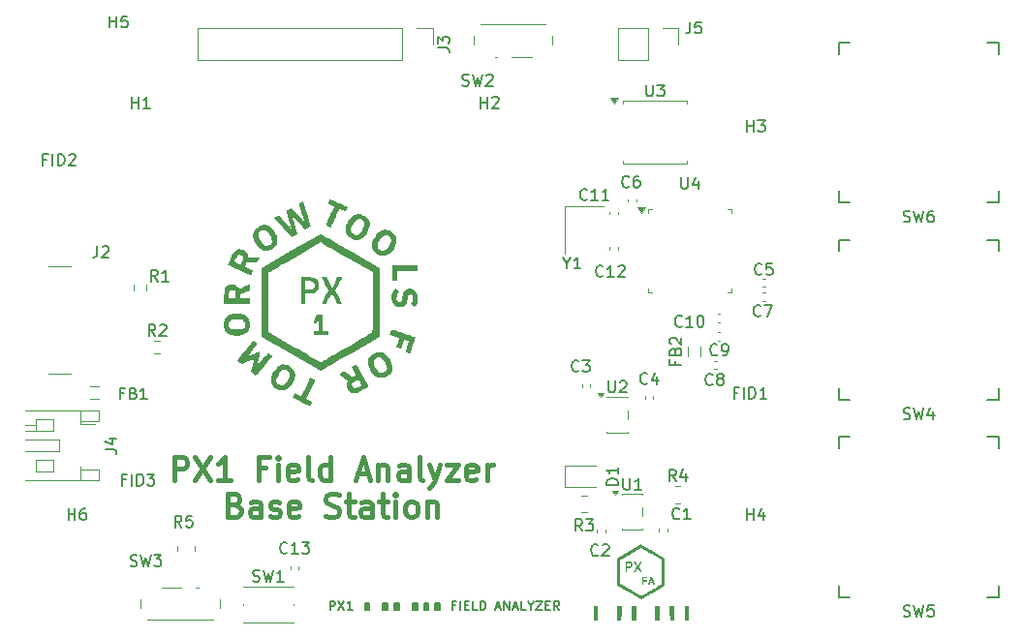
<source format=gbr>
%TF.GenerationSoftware,KiCad,Pcbnew,9.0.6*%
%TF.CreationDate,2025-12-14T01:17:05-08:00*%
%TF.ProjectId,base-station,62617365-2d73-4746-9174-696f6e2e6b69,rev?*%
%TF.SameCoordinates,Original*%
%TF.FileFunction,Legend,Top*%
%TF.FilePolarity,Positive*%
%FSLAX46Y46*%
G04 Gerber Fmt 4.6, Leading zero omitted, Abs format (unit mm)*
G04 Created by KiCad (PCBNEW 9.0.6) date 2025-12-14 01:17:05*
%MOMM*%
%LPD*%
G01*
G04 APERTURE LIST*
%ADD10C,0.400000*%
%ADD11C,0.150000*%
%ADD12C,0.120000*%
%ADD13C,0.000000*%
G04 APERTURE END LIST*
D10*
X47690474Y-91014550D02*
X47690474Y-89014550D01*
X47690474Y-89014550D02*
X48452379Y-89014550D01*
X48452379Y-89014550D02*
X48642855Y-89109788D01*
X48642855Y-89109788D02*
X48738093Y-89205026D01*
X48738093Y-89205026D02*
X48833331Y-89395502D01*
X48833331Y-89395502D02*
X48833331Y-89681216D01*
X48833331Y-89681216D02*
X48738093Y-89871692D01*
X48738093Y-89871692D02*
X48642855Y-89966931D01*
X48642855Y-89966931D02*
X48452379Y-90062169D01*
X48452379Y-90062169D02*
X47690474Y-90062169D01*
X49499998Y-89014550D02*
X50833331Y-91014550D01*
X50833331Y-89014550D02*
X49499998Y-91014550D01*
X52642855Y-91014550D02*
X51499998Y-91014550D01*
X52071426Y-91014550D02*
X52071426Y-89014550D01*
X52071426Y-89014550D02*
X51880950Y-89300264D01*
X51880950Y-89300264D02*
X51690474Y-89490740D01*
X51690474Y-89490740D02*
X51499998Y-89585978D01*
X55690475Y-89966931D02*
X55023808Y-89966931D01*
X55023808Y-91014550D02*
X55023808Y-89014550D01*
X55023808Y-89014550D02*
X55976189Y-89014550D01*
X56738094Y-91014550D02*
X56738094Y-89681216D01*
X56738094Y-89014550D02*
X56642856Y-89109788D01*
X56642856Y-89109788D02*
X56738094Y-89205026D01*
X56738094Y-89205026D02*
X56833332Y-89109788D01*
X56833332Y-89109788D02*
X56738094Y-89014550D01*
X56738094Y-89014550D02*
X56738094Y-89205026D01*
X58452380Y-90919312D02*
X58261904Y-91014550D01*
X58261904Y-91014550D02*
X57880951Y-91014550D01*
X57880951Y-91014550D02*
X57690475Y-90919312D01*
X57690475Y-90919312D02*
X57595237Y-90728835D01*
X57595237Y-90728835D02*
X57595237Y-89966931D01*
X57595237Y-89966931D02*
X57690475Y-89776454D01*
X57690475Y-89776454D02*
X57880951Y-89681216D01*
X57880951Y-89681216D02*
X58261904Y-89681216D01*
X58261904Y-89681216D02*
X58452380Y-89776454D01*
X58452380Y-89776454D02*
X58547618Y-89966931D01*
X58547618Y-89966931D02*
X58547618Y-90157407D01*
X58547618Y-90157407D02*
X57595237Y-90347883D01*
X59690475Y-91014550D02*
X59499999Y-90919312D01*
X59499999Y-90919312D02*
X59404761Y-90728835D01*
X59404761Y-90728835D02*
X59404761Y-89014550D01*
X61309523Y-91014550D02*
X61309523Y-89014550D01*
X61309523Y-90919312D02*
X61119047Y-91014550D01*
X61119047Y-91014550D02*
X60738094Y-91014550D01*
X60738094Y-91014550D02*
X60547618Y-90919312D01*
X60547618Y-90919312D02*
X60452380Y-90824073D01*
X60452380Y-90824073D02*
X60357142Y-90633597D01*
X60357142Y-90633597D02*
X60357142Y-90062169D01*
X60357142Y-90062169D02*
X60452380Y-89871692D01*
X60452380Y-89871692D02*
X60547618Y-89776454D01*
X60547618Y-89776454D02*
X60738094Y-89681216D01*
X60738094Y-89681216D02*
X61119047Y-89681216D01*
X61119047Y-89681216D02*
X61309523Y-89776454D01*
X63690476Y-90443121D02*
X64642857Y-90443121D01*
X63500000Y-91014550D02*
X64166666Y-89014550D01*
X64166666Y-89014550D02*
X64833333Y-91014550D01*
X65500000Y-89681216D02*
X65500000Y-91014550D01*
X65500000Y-89871692D02*
X65595238Y-89776454D01*
X65595238Y-89776454D02*
X65785714Y-89681216D01*
X65785714Y-89681216D02*
X66071429Y-89681216D01*
X66071429Y-89681216D02*
X66261905Y-89776454D01*
X66261905Y-89776454D02*
X66357143Y-89966931D01*
X66357143Y-89966931D02*
X66357143Y-91014550D01*
X68166667Y-91014550D02*
X68166667Y-89966931D01*
X68166667Y-89966931D02*
X68071429Y-89776454D01*
X68071429Y-89776454D02*
X67880953Y-89681216D01*
X67880953Y-89681216D02*
X67500000Y-89681216D01*
X67500000Y-89681216D02*
X67309524Y-89776454D01*
X68166667Y-90919312D02*
X67976191Y-91014550D01*
X67976191Y-91014550D02*
X67500000Y-91014550D01*
X67500000Y-91014550D02*
X67309524Y-90919312D01*
X67309524Y-90919312D02*
X67214286Y-90728835D01*
X67214286Y-90728835D02*
X67214286Y-90538359D01*
X67214286Y-90538359D02*
X67309524Y-90347883D01*
X67309524Y-90347883D02*
X67500000Y-90252645D01*
X67500000Y-90252645D02*
X67976191Y-90252645D01*
X67976191Y-90252645D02*
X68166667Y-90157407D01*
X69404762Y-91014550D02*
X69214286Y-90919312D01*
X69214286Y-90919312D02*
X69119048Y-90728835D01*
X69119048Y-90728835D02*
X69119048Y-89014550D01*
X69976191Y-89681216D02*
X70452381Y-91014550D01*
X70928572Y-89681216D02*
X70452381Y-91014550D01*
X70452381Y-91014550D02*
X70261905Y-91490740D01*
X70261905Y-91490740D02*
X70166667Y-91585978D01*
X70166667Y-91585978D02*
X69976191Y-91681216D01*
X71500001Y-89681216D02*
X72547620Y-89681216D01*
X72547620Y-89681216D02*
X71500001Y-91014550D01*
X71500001Y-91014550D02*
X72547620Y-91014550D01*
X74071430Y-90919312D02*
X73880954Y-91014550D01*
X73880954Y-91014550D02*
X73500001Y-91014550D01*
X73500001Y-91014550D02*
X73309525Y-90919312D01*
X73309525Y-90919312D02*
X73214287Y-90728835D01*
X73214287Y-90728835D02*
X73214287Y-89966931D01*
X73214287Y-89966931D02*
X73309525Y-89776454D01*
X73309525Y-89776454D02*
X73500001Y-89681216D01*
X73500001Y-89681216D02*
X73880954Y-89681216D01*
X73880954Y-89681216D02*
X74071430Y-89776454D01*
X74071430Y-89776454D02*
X74166668Y-89966931D01*
X74166668Y-89966931D02*
X74166668Y-90157407D01*
X74166668Y-90157407D02*
X73214287Y-90347883D01*
X75023811Y-91014550D02*
X75023811Y-89681216D01*
X75023811Y-90062169D02*
X75119049Y-89871692D01*
X75119049Y-89871692D02*
X75214287Y-89776454D01*
X75214287Y-89776454D02*
X75404763Y-89681216D01*
X75404763Y-89681216D02*
X75595240Y-89681216D01*
X53023809Y-93186819D02*
X53309523Y-93282057D01*
X53309523Y-93282057D02*
X53404761Y-93377295D01*
X53404761Y-93377295D02*
X53499999Y-93567771D01*
X53499999Y-93567771D02*
X53499999Y-93853485D01*
X53499999Y-93853485D02*
X53404761Y-94043961D01*
X53404761Y-94043961D02*
X53309523Y-94139200D01*
X53309523Y-94139200D02*
X53119047Y-94234438D01*
X53119047Y-94234438D02*
X52357142Y-94234438D01*
X52357142Y-94234438D02*
X52357142Y-92234438D01*
X52357142Y-92234438D02*
X53023809Y-92234438D01*
X53023809Y-92234438D02*
X53214285Y-92329676D01*
X53214285Y-92329676D02*
X53309523Y-92424914D01*
X53309523Y-92424914D02*
X53404761Y-92615390D01*
X53404761Y-92615390D02*
X53404761Y-92805866D01*
X53404761Y-92805866D02*
X53309523Y-92996342D01*
X53309523Y-92996342D02*
X53214285Y-93091580D01*
X53214285Y-93091580D02*
X53023809Y-93186819D01*
X53023809Y-93186819D02*
X52357142Y-93186819D01*
X55214285Y-94234438D02*
X55214285Y-93186819D01*
X55214285Y-93186819D02*
X55119047Y-92996342D01*
X55119047Y-92996342D02*
X54928571Y-92901104D01*
X54928571Y-92901104D02*
X54547618Y-92901104D01*
X54547618Y-92901104D02*
X54357142Y-92996342D01*
X55214285Y-94139200D02*
X55023809Y-94234438D01*
X55023809Y-94234438D02*
X54547618Y-94234438D01*
X54547618Y-94234438D02*
X54357142Y-94139200D01*
X54357142Y-94139200D02*
X54261904Y-93948723D01*
X54261904Y-93948723D02*
X54261904Y-93758247D01*
X54261904Y-93758247D02*
X54357142Y-93567771D01*
X54357142Y-93567771D02*
X54547618Y-93472533D01*
X54547618Y-93472533D02*
X55023809Y-93472533D01*
X55023809Y-93472533D02*
X55214285Y-93377295D01*
X56071428Y-94139200D02*
X56261904Y-94234438D01*
X56261904Y-94234438D02*
X56642856Y-94234438D01*
X56642856Y-94234438D02*
X56833333Y-94139200D01*
X56833333Y-94139200D02*
X56928571Y-93948723D01*
X56928571Y-93948723D02*
X56928571Y-93853485D01*
X56928571Y-93853485D02*
X56833333Y-93663009D01*
X56833333Y-93663009D02*
X56642856Y-93567771D01*
X56642856Y-93567771D02*
X56357142Y-93567771D01*
X56357142Y-93567771D02*
X56166666Y-93472533D01*
X56166666Y-93472533D02*
X56071428Y-93282057D01*
X56071428Y-93282057D02*
X56071428Y-93186819D01*
X56071428Y-93186819D02*
X56166666Y-92996342D01*
X56166666Y-92996342D02*
X56357142Y-92901104D01*
X56357142Y-92901104D02*
X56642856Y-92901104D01*
X56642856Y-92901104D02*
X56833333Y-92996342D01*
X58547619Y-94139200D02*
X58357143Y-94234438D01*
X58357143Y-94234438D02*
X57976190Y-94234438D01*
X57976190Y-94234438D02*
X57785714Y-94139200D01*
X57785714Y-94139200D02*
X57690476Y-93948723D01*
X57690476Y-93948723D02*
X57690476Y-93186819D01*
X57690476Y-93186819D02*
X57785714Y-92996342D01*
X57785714Y-92996342D02*
X57976190Y-92901104D01*
X57976190Y-92901104D02*
X58357143Y-92901104D01*
X58357143Y-92901104D02*
X58547619Y-92996342D01*
X58547619Y-92996342D02*
X58642857Y-93186819D01*
X58642857Y-93186819D02*
X58642857Y-93377295D01*
X58642857Y-93377295D02*
X57690476Y-93567771D01*
X60928572Y-94139200D02*
X61214286Y-94234438D01*
X61214286Y-94234438D02*
X61690477Y-94234438D01*
X61690477Y-94234438D02*
X61880953Y-94139200D01*
X61880953Y-94139200D02*
X61976191Y-94043961D01*
X61976191Y-94043961D02*
X62071429Y-93853485D01*
X62071429Y-93853485D02*
X62071429Y-93663009D01*
X62071429Y-93663009D02*
X61976191Y-93472533D01*
X61976191Y-93472533D02*
X61880953Y-93377295D01*
X61880953Y-93377295D02*
X61690477Y-93282057D01*
X61690477Y-93282057D02*
X61309524Y-93186819D01*
X61309524Y-93186819D02*
X61119048Y-93091580D01*
X61119048Y-93091580D02*
X61023810Y-92996342D01*
X61023810Y-92996342D02*
X60928572Y-92805866D01*
X60928572Y-92805866D02*
X60928572Y-92615390D01*
X60928572Y-92615390D02*
X61023810Y-92424914D01*
X61023810Y-92424914D02*
X61119048Y-92329676D01*
X61119048Y-92329676D02*
X61309524Y-92234438D01*
X61309524Y-92234438D02*
X61785715Y-92234438D01*
X61785715Y-92234438D02*
X62071429Y-92329676D01*
X62642858Y-92901104D02*
X63404762Y-92901104D01*
X62928572Y-92234438D02*
X62928572Y-93948723D01*
X62928572Y-93948723D02*
X63023810Y-94139200D01*
X63023810Y-94139200D02*
X63214286Y-94234438D01*
X63214286Y-94234438D02*
X63404762Y-94234438D01*
X64928572Y-94234438D02*
X64928572Y-93186819D01*
X64928572Y-93186819D02*
X64833334Y-92996342D01*
X64833334Y-92996342D02*
X64642858Y-92901104D01*
X64642858Y-92901104D02*
X64261905Y-92901104D01*
X64261905Y-92901104D02*
X64071429Y-92996342D01*
X64928572Y-94139200D02*
X64738096Y-94234438D01*
X64738096Y-94234438D02*
X64261905Y-94234438D01*
X64261905Y-94234438D02*
X64071429Y-94139200D01*
X64071429Y-94139200D02*
X63976191Y-93948723D01*
X63976191Y-93948723D02*
X63976191Y-93758247D01*
X63976191Y-93758247D02*
X64071429Y-93567771D01*
X64071429Y-93567771D02*
X64261905Y-93472533D01*
X64261905Y-93472533D02*
X64738096Y-93472533D01*
X64738096Y-93472533D02*
X64928572Y-93377295D01*
X65595239Y-92901104D02*
X66357143Y-92901104D01*
X65880953Y-92234438D02*
X65880953Y-93948723D01*
X65880953Y-93948723D02*
X65976191Y-94139200D01*
X65976191Y-94139200D02*
X66166667Y-94234438D01*
X66166667Y-94234438D02*
X66357143Y-94234438D01*
X67023810Y-94234438D02*
X67023810Y-92901104D01*
X67023810Y-92234438D02*
X66928572Y-92329676D01*
X66928572Y-92329676D02*
X67023810Y-92424914D01*
X67023810Y-92424914D02*
X67119048Y-92329676D01*
X67119048Y-92329676D02*
X67023810Y-92234438D01*
X67023810Y-92234438D02*
X67023810Y-92424914D01*
X68261905Y-94234438D02*
X68071429Y-94139200D01*
X68071429Y-94139200D02*
X67976191Y-94043961D01*
X67976191Y-94043961D02*
X67880953Y-93853485D01*
X67880953Y-93853485D02*
X67880953Y-93282057D01*
X67880953Y-93282057D02*
X67976191Y-93091580D01*
X67976191Y-93091580D02*
X68071429Y-92996342D01*
X68071429Y-92996342D02*
X68261905Y-92901104D01*
X68261905Y-92901104D02*
X68547620Y-92901104D01*
X68547620Y-92901104D02*
X68738096Y-92996342D01*
X68738096Y-92996342D02*
X68833334Y-93091580D01*
X68833334Y-93091580D02*
X68928572Y-93282057D01*
X68928572Y-93282057D02*
X68928572Y-93853485D01*
X68928572Y-93853485D02*
X68833334Y-94043961D01*
X68833334Y-94043961D02*
X68738096Y-94139200D01*
X68738096Y-94139200D02*
X68547620Y-94234438D01*
X68547620Y-94234438D02*
X68261905Y-94234438D01*
X69785715Y-92901104D02*
X69785715Y-94234438D01*
X69785715Y-93091580D02*
X69880953Y-92996342D01*
X69880953Y-92996342D02*
X70071429Y-92901104D01*
X70071429Y-92901104D02*
X70357144Y-92901104D01*
X70357144Y-92901104D02*
X70547620Y-92996342D01*
X70547620Y-92996342D02*
X70642858Y-93186819D01*
X70642858Y-93186819D02*
X70642858Y-94234438D01*
D11*
X61289160Y-102394295D02*
X61289160Y-101594295D01*
X61289160Y-101594295D02*
X61593922Y-101594295D01*
X61593922Y-101594295D02*
X61670112Y-101632390D01*
X61670112Y-101632390D02*
X61708207Y-101670485D01*
X61708207Y-101670485D02*
X61746303Y-101746676D01*
X61746303Y-101746676D02*
X61746303Y-101860961D01*
X61746303Y-101860961D02*
X61708207Y-101937152D01*
X61708207Y-101937152D02*
X61670112Y-101975247D01*
X61670112Y-101975247D02*
X61593922Y-102013342D01*
X61593922Y-102013342D02*
X61289160Y-102013342D01*
X62012969Y-101594295D02*
X62546303Y-102394295D01*
X62546303Y-101594295D02*
X62012969Y-102394295D01*
X63270112Y-102394295D02*
X62812969Y-102394295D01*
X63041541Y-102394295D02*
X63041541Y-101594295D01*
X63041541Y-101594295D02*
X62965350Y-101708580D01*
X62965350Y-101708580D02*
X62889160Y-101784771D01*
X62889160Y-101784771D02*
X62812969Y-101822866D01*
X64336779Y-102394295D02*
X64717732Y-102013342D01*
X64336779Y-102356200D02*
X64717732Y-101975247D01*
X64336779Y-102318104D02*
X64717732Y-101937152D01*
X64336779Y-102280009D02*
X64717732Y-101899057D01*
X64336779Y-102241914D02*
X64717732Y-101860961D01*
X64336779Y-102203819D02*
X64717732Y-101822866D01*
X64336779Y-102165723D02*
X64717732Y-101784771D01*
X64336779Y-102127628D02*
X64679637Y-101784771D01*
X64336779Y-102089533D02*
X64641541Y-101784771D01*
X64336779Y-102051438D02*
X64603446Y-101784771D01*
X64336779Y-102013342D02*
X64565351Y-101784771D01*
X64336779Y-101975247D02*
X64527256Y-101784771D01*
X64336779Y-101937152D02*
X64489160Y-101784771D01*
X64336779Y-101899057D02*
X64451065Y-101784771D01*
X64336779Y-101860961D02*
X64412970Y-101784771D01*
X64336779Y-101822866D02*
X64374875Y-101784771D01*
X64374875Y-102394295D02*
X64717732Y-102051438D01*
X64412970Y-102394295D02*
X64717732Y-102089533D01*
X64451065Y-102394295D02*
X64717732Y-102127628D01*
X64489160Y-102394295D02*
X64717732Y-102165723D01*
X64527256Y-102394295D02*
X64717732Y-102203819D01*
X64565351Y-102394295D02*
X64717732Y-102241914D01*
X64603446Y-102394295D02*
X64717732Y-102280009D01*
X64641541Y-102394295D02*
X64717732Y-102318104D01*
X64679637Y-102394295D02*
X64717732Y-102356200D01*
X64336779Y-102394295D02*
X64336779Y-101784771D01*
X64336779Y-101784771D02*
X64717732Y-101784771D01*
X64717732Y-101784771D02*
X64717732Y-102394295D01*
X64717732Y-102394295D02*
X64336779Y-102394295D01*
X65936779Y-102394295D02*
X66317732Y-102013342D01*
X65936779Y-102356200D02*
X66317732Y-101975247D01*
X65936779Y-102318104D02*
X66317732Y-101937152D01*
X65936779Y-102280009D02*
X66317732Y-101899057D01*
X65936779Y-102241914D02*
X66317732Y-101860961D01*
X65936779Y-102203819D02*
X66317732Y-101822866D01*
X65936779Y-102165723D02*
X66317732Y-101784771D01*
X65936779Y-102127628D02*
X66279637Y-101784771D01*
X65936779Y-102089533D02*
X66241541Y-101784771D01*
X65936779Y-102051438D02*
X66203446Y-101784771D01*
X65936779Y-102013342D02*
X66165351Y-101784771D01*
X65936779Y-101975247D02*
X66127256Y-101784771D01*
X65936779Y-101937152D02*
X66089160Y-101784771D01*
X65936779Y-101899057D02*
X66051065Y-101784771D01*
X65936779Y-101860961D02*
X66012970Y-101784771D01*
X65936779Y-101822866D02*
X65974875Y-101784771D01*
X65974875Y-102394295D02*
X66317732Y-102051438D01*
X66012970Y-102394295D02*
X66317732Y-102089533D01*
X66051065Y-102394295D02*
X66317732Y-102127628D01*
X66089160Y-102394295D02*
X66317732Y-102165723D01*
X66127256Y-102394295D02*
X66317732Y-102203819D01*
X66165351Y-102394295D02*
X66317732Y-102241914D01*
X66203446Y-102394295D02*
X66317732Y-102280009D01*
X66241541Y-102394295D02*
X66317732Y-102318104D01*
X66279637Y-102394295D02*
X66317732Y-102356200D01*
X65936779Y-102394295D02*
X65936779Y-101784771D01*
X65936779Y-101784771D02*
X66317732Y-101784771D01*
X66317732Y-101784771D02*
X66317732Y-102394295D01*
X66317732Y-102394295D02*
X65936779Y-102394295D01*
X66927255Y-102394295D02*
X67308208Y-102013342D01*
X66927255Y-102356200D02*
X67308208Y-101975247D01*
X66927255Y-102318104D02*
X67308208Y-101937152D01*
X66927255Y-102280009D02*
X67308208Y-101899057D01*
X66927255Y-102241914D02*
X67308208Y-101860961D01*
X66927255Y-102203819D02*
X67308208Y-101822866D01*
X66927255Y-102165723D02*
X67308208Y-101784771D01*
X66927255Y-102127628D02*
X67270113Y-101784771D01*
X66927255Y-102089533D02*
X67232017Y-101784771D01*
X66927255Y-102051438D02*
X67193922Y-101784771D01*
X66927255Y-102013342D02*
X67155827Y-101784771D01*
X66927255Y-101975247D02*
X67117732Y-101784771D01*
X66927255Y-101937152D02*
X67079636Y-101784771D01*
X66927255Y-101899057D02*
X67041541Y-101784771D01*
X66927255Y-101860961D02*
X67003446Y-101784771D01*
X66927255Y-101822866D02*
X66965351Y-101784771D01*
X66965351Y-102394295D02*
X67308208Y-102051438D01*
X67003446Y-102394295D02*
X67308208Y-102089533D01*
X67041541Y-102394295D02*
X67308208Y-102127628D01*
X67079636Y-102394295D02*
X67308208Y-102165723D01*
X67117732Y-102394295D02*
X67308208Y-102203819D01*
X67155827Y-102394295D02*
X67308208Y-102241914D01*
X67193922Y-102394295D02*
X67308208Y-102280009D01*
X67232017Y-102394295D02*
X67308208Y-102318104D01*
X67270113Y-102394295D02*
X67308208Y-102356200D01*
X66927255Y-102394295D02*
X66927255Y-101784771D01*
X66927255Y-101784771D02*
X67308208Y-101784771D01*
X67308208Y-101784771D02*
X67308208Y-102394295D01*
X67308208Y-102394295D02*
X66927255Y-102394295D01*
X68527255Y-102394295D02*
X68908208Y-102013342D01*
X68527255Y-102356200D02*
X68908208Y-101975247D01*
X68527255Y-102318104D02*
X68908208Y-101937152D01*
X68527255Y-102280009D02*
X68908208Y-101899057D01*
X68527255Y-102241914D02*
X68908208Y-101860961D01*
X68527255Y-102203819D02*
X68908208Y-101822866D01*
X68527255Y-102165723D02*
X68908208Y-101784771D01*
X68527255Y-102127628D02*
X68870113Y-101784771D01*
X68527255Y-102089533D02*
X68832017Y-101784771D01*
X68527255Y-102051438D02*
X68793922Y-101784771D01*
X68527255Y-102013342D02*
X68755827Y-101784771D01*
X68527255Y-101975247D02*
X68717732Y-101784771D01*
X68527255Y-101937152D02*
X68679636Y-101784771D01*
X68527255Y-101899057D02*
X68641541Y-101784771D01*
X68527255Y-101860961D02*
X68603446Y-101784771D01*
X68527255Y-101822866D02*
X68565351Y-101784771D01*
X68565351Y-102394295D02*
X68908208Y-102051438D01*
X68603446Y-102394295D02*
X68908208Y-102089533D01*
X68641541Y-102394295D02*
X68908208Y-102127628D01*
X68679636Y-102394295D02*
X68908208Y-102165723D01*
X68717732Y-102394295D02*
X68908208Y-102203819D01*
X68755827Y-102394295D02*
X68908208Y-102241914D01*
X68793922Y-102394295D02*
X68908208Y-102280009D01*
X68832017Y-102394295D02*
X68908208Y-102318104D01*
X68870113Y-102394295D02*
X68908208Y-102356200D01*
X68527255Y-102394295D02*
X68527255Y-101784771D01*
X68527255Y-101784771D02*
X68908208Y-101784771D01*
X68908208Y-101784771D02*
X68908208Y-102394295D01*
X68908208Y-102394295D02*
X68527255Y-102394295D01*
X69517731Y-102394295D02*
X69898684Y-102013342D01*
X69517731Y-102356200D02*
X69898684Y-101975247D01*
X69517731Y-102318104D02*
X69898684Y-101937152D01*
X69517731Y-102280009D02*
X69898684Y-101899057D01*
X69517731Y-102241914D02*
X69898684Y-101860961D01*
X69517731Y-102203819D02*
X69898684Y-101822866D01*
X69517731Y-102165723D02*
X69898684Y-101784771D01*
X69517731Y-102127628D02*
X69860589Y-101784771D01*
X69517731Y-102089533D02*
X69822493Y-101784771D01*
X69517731Y-102051438D02*
X69784398Y-101784771D01*
X69517731Y-102013342D02*
X69746303Y-101784771D01*
X69517731Y-101975247D02*
X69708208Y-101784771D01*
X69517731Y-101937152D02*
X69670112Y-101784771D01*
X69517731Y-101899057D02*
X69632017Y-101784771D01*
X69517731Y-101860961D02*
X69593922Y-101784771D01*
X69517731Y-101822866D02*
X69555827Y-101784771D01*
X69555827Y-102394295D02*
X69898684Y-102051438D01*
X69593922Y-102394295D02*
X69898684Y-102089533D01*
X69632017Y-102394295D02*
X69898684Y-102127628D01*
X69670112Y-102394295D02*
X69898684Y-102165723D01*
X69708208Y-102394295D02*
X69898684Y-102203819D01*
X69746303Y-102394295D02*
X69898684Y-102241914D01*
X69784398Y-102394295D02*
X69898684Y-102280009D01*
X69822493Y-102394295D02*
X69898684Y-102318104D01*
X69860589Y-102394295D02*
X69898684Y-102356200D01*
X69517731Y-102394295D02*
X69517731Y-101784771D01*
X69517731Y-101784771D02*
X69898684Y-101784771D01*
X69898684Y-101784771D02*
X69898684Y-102394295D01*
X69898684Y-102394295D02*
X69517731Y-102394295D01*
X70508207Y-102394295D02*
X70889160Y-102013342D01*
X70508207Y-102356200D02*
X70889160Y-101975247D01*
X70508207Y-102318104D02*
X70889160Y-101937152D01*
X70508207Y-102280009D02*
X70889160Y-101899057D01*
X70508207Y-102241914D02*
X70889160Y-101860961D01*
X70508207Y-102203819D02*
X70889160Y-101822866D01*
X70508207Y-102165723D02*
X70889160Y-101784771D01*
X70508207Y-102127628D02*
X70851065Y-101784771D01*
X70508207Y-102089533D02*
X70812969Y-101784771D01*
X70508207Y-102051438D02*
X70774874Y-101784771D01*
X70508207Y-102013342D02*
X70736779Y-101784771D01*
X70508207Y-101975247D02*
X70698684Y-101784771D01*
X70508207Y-101937152D02*
X70660588Y-101784771D01*
X70508207Y-101899057D02*
X70622493Y-101784771D01*
X70508207Y-101860961D02*
X70584398Y-101784771D01*
X70508207Y-101822866D02*
X70546303Y-101784771D01*
X70546303Y-102394295D02*
X70889160Y-102051438D01*
X70584398Y-102394295D02*
X70889160Y-102089533D01*
X70622493Y-102394295D02*
X70889160Y-102127628D01*
X70660588Y-102394295D02*
X70889160Y-102165723D01*
X70698684Y-102394295D02*
X70889160Y-102203819D01*
X70736779Y-102394295D02*
X70889160Y-102241914D01*
X70774874Y-102394295D02*
X70889160Y-102280009D01*
X70812969Y-102394295D02*
X70889160Y-102318104D01*
X70851065Y-102394295D02*
X70889160Y-102356200D01*
X70508207Y-102394295D02*
X70508207Y-101784771D01*
X70508207Y-101784771D02*
X70889160Y-101784771D01*
X70889160Y-101784771D02*
X70889160Y-102394295D01*
X70889160Y-102394295D02*
X70508207Y-102394295D01*
X72260588Y-101975247D02*
X71993922Y-101975247D01*
X71993922Y-102394295D02*
X71993922Y-101594295D01*
X71993922Y-101594295D02*
X72374874Y-101594295D01*
X72679636Y-102394295D02*
X72679636Y-101594295D01*
X73060588Y-101975247D02*
X73327254Y-101975247D01*
X73441540Y-102394295D02*
X73060588Y-102394295D01*
X73060588Y-102394295D02*
X73060588Y-101594295D01*
X73060588Y-101594295D02*
X73441540Y-101594295D01*
X74165350Y-102394295D02*
X73784398Y-102394295D01*
X73784398Y-102394295D02*
X73784398Y-101594295D01*
X74432017Y-102394295D02*
X74432017Y-101594295D01*
X74432017Y-101594295D02*
X74622493Y-101594295D01*
X74622493Y-101594295D02*
X74736779Y-101632390D01*
X74736779Y-101632390D02*
X74812969Y-101708580D01*
X74812969Y-101708580D02*
X74851064Y-101784771D01*
X74851064Y-101784771D02*
X74889160Y-101937152D01*
X74889160Y-101937152D02*
X74889160Y-102051438D01*
X74889160Y-102051438D02*
X74851064Y-102203819D01*
X74851064Y-102203819D02*
X74812969Y-102280009D01*
X74812969Y-102280009D02*
X74736779Y-102356200D01*
X74736779Y-102356200D02*
X74622493Y-102394295D01*
X74622493Y-102394295D02*
X74432017Y-102394295D01*
X75803445Y-102165723D02*
X76184398Y-102165723D01*
X75727255Y-102394295D02*
X75993922Y-101594295D01*
X75993922Y-101594295D02*
X76260588Y-102394295D01*
X76527255Y-102394295D02*
X76527255Y-101594295D01*
X76527255Y-101594295D02*
X76984398Y-102394295D01*
X76984398Y-102394295D02*
X76984398Y-101594295D01*
X77327254Y-102165723D02*
X77708207Y-102165723D01*
X77251064Y-102394295D02*
X77517731Y-101594295D01*
X77517731Y-101594295D02*
X77784397Y-102394295D01*
X78432016Y-102394295D02*
X78051064Y-102394295D01*
X78051064Y-102394295D02*
X78051064Y-101594295D01*
X78851064Y-102013342D02*
X78851064Y-102394295D01*
X78584397Y-101594295D02*
X78851064Y-102013342D01*
X78851064Y-102013342D02*
X79117730Y-101594295D01*
X79308206Y-101594295D02*
X79841540Y-101594295D01*
X79841540Y-101594295D02*
X79308206Y-102394295D01*
X79308206Y-102394295D02*
X79841540Y-102394295D01*
X80146302Y-101975247D02*
X80412968Y-101975247D01*
X80527254Y-102394295D02*
X80146302Y-102394295D01*
X80146302Y-102394295D02*
X80146302Y-101594295D01*
X80146302Y-101594295D02*
X80527254Y-101594295D01*
X81327255Y-102394295D02*
X81060588Y-102013342D01*
X80870112Y-102394295D02*
X80870112Y-101594295D01*
X80870112Y-101594295D02*
X81174874Y-101594295D01*
X81174874Y-101594295D02*
X81251064Y-101632390D01*
X81251064Y-101632390D02*
X81289159Y-101670485D01*
X81289159Y-101670485D02*
X81327255Y-101746676D01*
X81327255Y-101746676D02*
X81327255Y-101860961D01*
X81327255Y-101860961D02*
X81289159Y-101937152D01*
X81289159Y-101937152D02*
X81251064Y-101975247D01*
X81251064Y-101975247D02*
X81174874Y-102013342D01*
X81174874Y-102013342D02*
X80870112Y-102013342D01*
X88938095Y-56454819D02*
X88938095Y-57264342D01*
X88938095Y-57264342D02*
X88985714Y-57359580D01*
X88985714Y-57359580D02*
X89033333Y-57407200D01*
X89033333Y-57407200D02*
X89128571Y-57454819D01*
X89128571Y-57454819D02*
X89319047Y-57454819D01*
X89319047Y-57454819D02*
X89414285Y-57407200D01*
X89414285Y-57407200D02*
X89461904Y-57359580D01*
X89461904Y-57359580D02*
X89509523Y-57264342D01*
X89509523Y-57264342D02*
X89509523Y-56454819D01*
X89890476Y-56454819D02*
X90509523Y-56454819D01*
X90509523Y-56454819D02*
X90176190Y-56835771D01*
X90176190Y-56835771D02*
X90319047Y-56835771D01*
X90319047Y-56835771D02*
X90414285Y-56883390D01*
X90414285Y-56883390D02*
X90461904Y-56931009D01*
X90461904Y-56931009D02*
X90509523Y-57026247D01*
X90509523Y-57026247D02*
X90509523Y-57264342D01*
X90509523Y-57264342D02*
X90461904Y-57359580D01*
X90461904Y-57359580D02*
X90414285Y-57407200D01*
X90414285Y-57407200D02*
X90319047Y-57454819D01*
X90319047Y-57454819D02*
X90033333Y-57454819D01*
X90033333Y-57454819D02*
X89938095Y-57407200D01*
X89938095Y-57407200D02*
X89890476Y-57359580D01*
X43988095Y-58504819D02*
X43988095Y-57504819D01*
X43988095Y-57981009D02*
X44559523Y-57981009D01*
X44559523Y-58504819D02*
X44559523Y-57504819D01*
X45559523Y-58504819D02*
X44988095Y-58504819D01*
X45273809Y-58504819D02*
X45273809Y-57504819D01*
X45273809Y-57504819D02*
X45178571Y-57647676D01*
X45178571Y-57647676D02*
X45083333Y-57742914D01*
X45083333Y-57742914D02*
X44988095Y-57790533D01*
X43428571Y-90981009D02*
X43095238Y-90981009D01*
X43095238Y-91504819D02*
X43095238Y-90504819D01*
X43095238Y-90504819D02*
X43571428Y-90504819D01*
X43952381Y-91504819D02*
X43952381Y-90504819D01*
X44428571Y-91504819D02*
X44428571Y-90504819D01*
X44428571Y-90504819D02*
X44666666Y-90504819D01*
X44666666Y-90504819D02*
X44809523Y-90552438D01*
X44809523Y-90552438D02*
X44904761Y-90647676D01*
X44904761Y-90647676D02*
X44952380Y-90742914D01*
X44952380Y-90742914D02*
X44999999Y-90933390D01*
X44999999Y-90933390D02*
X44999999Y-91076247D01*
X44999999Y-91076247D02*
X44952380Y-91266723D01*
X44952380Y-91266723D02*
X44904761Y-91361961D01*
X44904761Y-91361961D02*
X44809523Y-91457200D01*
X44809523Y-91457200D02*
X44666666Y-91504819D01*
X44666666Y-91504819D02*
X44428571Y-91504819D01*
X45333333Y-90504819D02*
X45952380Y-90504819D01*
X45952380Y-90504819D02*
X45619047Y-90885771D01*
X45619047Y-90885771D02*
X45761904Y-90885771D01*
X45761904Y-90885771D02*
X45857142Y-90933390D01*
X45857142Y-90933390D02*
X45904761Y-90981009D01*
X45904761Y-90981009D02*
X45952380Y-91076247D01*
X45952380Y-91076247D02*
X45952380Y-91314342D01*
X45952380Y-91314342D02*
X45904761Y-91409580D01*
X45904761Y-91409580D02*
X45857142Y-91457200D01*
X45857142Y-91457200D02*
X45761904Y-91504819D01*
X45761904Y-91504819D02*
X45476190Y-91504819D01*
X45476190Y-91504819D02*
X45380952Y-91457200D01*
X45380952Y-91457200D02*
X45333333Y-91409580D01*
X92057142Y-77534580D02*
X92009523Y-77582200D01*
X92009523Y-77582200D02*
X91866666Y-77629819D01*
X91866666Y-77629819D02*
X91771428Y-77629819D01*
X91771428Y-77629819D02*
X91628571Y-77582200D01*
X91628571Y-77582200D02*
X91533333Y-77486961D01*
X91533333Y-77486961D02*
X91485714Y-77391723D01*
X91485714Y-77391723D02*
X91438095Y-77201247D01*
X91438095Y-77201247D02*
X91438095Y-77058390D01*
X91438095Y-77058390D02*
X91485714Y-76867914D01*
X91485714Y-76867914D02*
X91533333Y-76772676D01*
X91533333Y-76772676D02*
X91628571Y-76677438D01*
X91628571Y-76677438D02*
X91771428Y-76629819D01*
X91771428Y-76629819D02*
X91866666Y-76629819D01*
X91866666Y-76629819D02*
X92009523Y-76677438D01*
X92009523Y-76677438D02*
X92057142Y-76725057D01*
X93009523Y-77629819D02*
X92438095Y-77629819D01*
X92723809Y-77629819D02*
X92723809Y-76629819D01*
X92723809Y-76629819D02*
X92628571Y-76772676D01*
X92628571Y-76772676D02*
X92533333Y-76867914D01*
X92533333Y-76867914D02*
X92438095Y-76915533D01*
X93628571Y-76629819D02*
X93723809Y-76629819D01*
X93723809Y-76629819D02*
X93819047Y-76677438D01*
X93819047Y-76677438D02*
X93866666Y-76725057D01*
X93866666Y-76725057D02*
X93914285Y-76820295D01*
X93914285Y-76820295D02*
X93961904Y-77010771D01*
X93961904Y-77010771D02*
X93961904Y-77248866D01*
X93961904Y-77248866D02*
X93914285Y-77439342D01*
X93914285Y-77439342D02*
X93866666Y-77534580D01*
X93866666Y-77534580D02*
X93819047Y-77582200D01*
X93819047Y-77582200D02*
X93723809Y-77629819D01*
X93723809Y-77629819D02*
X93628571Y-77629819D01*
X93628571Y-77629819D02*
X93533333Y-77582200D01*
X93533333Y-77582200D02*
X93485714Y-77534580D01*
X93485714Y-77534580D02*
X93438095Y-77439342D01*
X93438095Y-77439342D02*
X93390476Y-77248866D01*
X93390476Y-77248866D02*
X93390476Y-77010771D01*
X93390476Y-77010771D02*
X93438095Y-76820295D01*
X93438095Y-76820295D02*
X93485714Y-76725057D01*
X93485714Y-76725057D02*
X93533333Y-76677438D01*
X93533333Y-76677438D02*
X93628571Y-76629819D01*
X43866667Y-98507200D02*
X44009524Y-98554819D01*
X44009524Y-98554819D02*
X44247619Y-98554819D01*
X44247619Y-98554819D02*
X44342857Y-98507200D01*
X44342857Y-98507200D02*
X44390476Y-98459580D01*
X44390476Y-98459580D02*
X44438095Y-98364342D01*
X44438095Y-98364342D02*
X44438095Y-98269104D01*
X44438095Y-98269104D02*
X44390476Y-98173866D01*
X44390476Y-98173866D02*
X44342857Y-98126247D01*
X44342857Y-98126247D02*
X44247619Y-98078628D01*
X44247619Y-98078628D02*
X44057143Y-98031009D01*
X44057143Y-98031009D02*
X43961905Y-97983390D01*
X43961905Y-97983390D02*
X43914286Y-97935771D01*
X43914286Y-97935771D02*
X43866667Y-97840533D01*
X43866667Y-97840533D02*
X43866667Y-97745295D01*
X43866667Y-97745295D02*
X43914286Y-97650057D01*
X43914286Y-97650057D02*
X43961905Y-97602438D01*
X43961905Y-97602438D02*
X44057143Y-97554819D01*
X44057143Y-97554819D02*
X44295238Y-97554819D01*
X44295238Y-97554819D02*
X44438095Y-97602438D01*
X44771429Y-97554819D02*
X45009524Y-98554819D01*
X45009524Y-98554819D02*
X45200000Y-97840533D01*
X45200000Y-97840533D02*
X45390476Y-98554819D01*
X45390476Y-98554819D02*
X45628572Y-97554819D01*
X45914286Y-97554819D02*
X46533333Y-97554819D01*
X46533333Y-97554819D02*
X46200000Y-97935771D01*
X46200000Y-97935771D02*
X46342857Y-97935771D01*
X46342857Y-97935771D02*
X46438095Y-97983390D01*
X46438095Y-97983390D02*
X46485714Y-98031009D01*
X46485714Y-98031009D02*
X46533333Y-98126247D01*
X46533333Y-98126247D02*
X46533333Y-98364342D01*
X46533333Y-98364342D02*
X46485714Y-98459580D01*
X46485714Y-98459580D02*
X46438095Y-98507200D01*
X46438095Y-98507200D02*
X46342857Y-98554819D01*
X46342857Y-98554819D02*
X46057143Y-98554819D01*
X46057143Y-98554819D02*
X45961905Y-98507200D01*
X45961905Y-98507200D02*
X45914286Y-98459580D01*
X41654819Y-88333333D02*
X42369104Y-88333333D01*
X42369104Y-88333333D02*
X42511961Y-88380952D01*
X42511961Y-88380952D02*
X42607200Y-88476190D01*
X42607200Y-88476190D02*
X42654819Y-88619047D01*
X42654819Y-88619047D02*
X42654819Y-88714285D01*
X41988152Y-87428571D02*
X42654819Y-87428571D01*
X41607200Y-87666666D02*
X42321485Y-87904761D01*
X42321485Y-87904761D02*
X42321485Y-87285714D01*
X42038095Y-51454819D02*
X42038095Y-50454819D01*
X42038095Y-50931009D02*
X42609523Y-50931009D01*
X42609523Y-51454819D02*
X42609523Y-50454819D01*
X43561904Y-50454819D02*
X43085714Y-50454819D01*
X43085714Y-50454819D02*
X43038095Y-50931009D01*
X43038095Y-50931009D02*
X43085714Y-50883390D01*
X43085714Y-50883390D02*
X43180952Y-50835771D01*
X43180952Y-50835771D02*
X43419047Y-50835771D01*
X43419047Y-50835771D02*
X43514285Y-50883390D01*
X43514285Y-50883390D02*
X43561904Y-50931009D01*
X43561904Y-50931009D02*
X43609523Y-51026247D01*
X43609523Y-51026247D02*
X43609523Y-51264342D01*
X43609523Y-51264342D02*
X43561904Y-51359580D01*
X43561904Y-51359580D02*
X43514285Y-51407200D01*
X43514285Y-51407200D02*
X43419047Y-51454819D01*
X43419047Y-51454819D02*
X43180952Y-51454819D01*
X43180952Y-51454819D02*
X43085714Y-51407200D01*
X43085714Y-51407200D02*
X43038095Y-51359580D01*
X84733333Y-97559580D02*
X84685714Y-97607200D01*
X84685714Y-97607200D02*
X84542857Y-97654819D01*
X84542857Y-97654819D02*
X84447619Y-97654819D01*
X84447619Y-97654819D02*
X84304762Y-97607200D01*
X84304762Y-97607200D02*
X84209524Y-97511961D01*
X84209524Y-97511961D02*
X84161905Y-97416723D01*
X84161905Y-97416723D02*
X84114286Y-97226247D01*
X84114286Y-97226247D02*
X84114286Y-97083390D01*
X84114286Y-97083390D02*
X84161905Y-96892914D01*
X84161905Y-96892914D02*
X84209524Y-96797676D01*
X84209524Y-96797676D02*
X84304762Y-96702438D01*
X84304762Y-96702438D02*
X84447619Y-96654819D01*
X84447619Y-96654819D02*
X84542857Y-96654819D01*
X84542857Y-96654819D02*
X84685714Y-96702438D01*
X84685714Y-96702438D02*
X84733333Y-96750057D01*
X85114286Y-96750057D02*
X85161905Y-96702438D01*
X85161905Y-96702438D02*
X85257143Y-96654819D01*
X85257143Y-96654819D02*
X85495238Y-96654819D01*
X85495238Y-96654819D02*
X85590476Y-96702438D01*
X85590476Y-96702438D02*
X85638095Y-96750057D01*
X85638095Y-96750057D02*
X85685714Y-96845295D01*
X85685714Y-96845295D02*
X85685714Y-96940533D01*
X85685714Y-96940533D02*
X85638095Y-97083390D01*
X85638095Y-97083390D02*
X85066667Y-97654819D01*
X85066667Y-97654819D02*
X85685714Y-97654819D01*
X98933333Y-76634580D02*
X98885714Y-76682200D01*
X98885714Y-76682200D02*
X98742857Y-76729819D01*
X98742857Y-76729819D02*
X98647619Y-76729819D01*
X98647619Y-76729819D02*
X98504762Y-76682200D01*
X98504762Y-76682200D02*
X98409524Y-76586961D01*
X98409524Y-76586961D02*
X98361905Y-76491723D01*
X98361905Y-76491723D02*
X98314286Y-76301247D01*
X98314286Y-76301247D02*
X98314286Y-76158390D01*
X98314286Y-76158390D02*
X98361905Y-75967914D01*
X98361905Y-75967914D02*
X98409524Y-75872676D01*
X98409524Y-75872676D02*
X98504762Y-75777438D01*
X98504762Y-75777438D02*
X98647619Y-75729819D01*
X98647619Y-75729819D02*
X98742857Y-75729819D01*
X98742857Y-75729819D02*
X98885714Y-75777438D01*
X98885714Y-75777438D02*
X98933333Y-75825057D01*
X99266667Y-75729819D02*
X99933333Y-75729819D01*
X99933333Y-75729819D02*
X99504762Y-76729819D01*
X48333333Y-95154819D02*
X48000000Y-94678628D01*
X47761905Y-95154819D02*
X47761905Y-94154819D01*
X47761905Y-94154819D02*
X48142857Y-94154819D01*
X48142857Y-94154819D02*
X48238095Y-94202438D01*
X48238095Y-94202438D02*
X48285714Y-94250057D01*
X48285714Y-94250057D02*
X48333333Y-94345295D01*
X48333333Y-94345295D02*
X48333333Y-94488152D01*
X48333333Y-94488152D02*
X48285714Y-94583390D01*
X48285714Y-94583390D02*
X48238095Y-94631009D01*
X48238095Y-94631009D02*
X48142857Y-94678628D01*
X48142857Y-94678628D02*
X47761905Y-94678628D01*
X49238095Y-94154819D02*
X48761905Y-94154819D01*
X48761905Y-94154819D02*
X48714286Y-94631009D01*
X48714286Y-94631009D02*
X48761905Y-94583390D01*
X48761905Y-94583390D02*
X48857143Y-94535771D01*
X48857143Y-94535771D02*
X49095238Y-94535771D01*
X49095238Y-94535771D02*
X49190476Y-94583390D01*
X49190476Y-94583390D02*
X49238095Y-94631009D01*
X49238095Y-94631009D02*
X49285714Y-94726247D01*
X49285714Y-94726247D02*
X49285714Y-94964342D01*
X49285714Y-94964342D02*
X49238095Y-95059580D01*
X49238095Y-95059580D02*
X49190476Y-95107200D01*
X49190476Y-95107200D02*
X49095238Y-95154819D01*
X49095238Y-95154819D02*
X48857143Y-95154819D01*
X48857143Y-95154819D02*
X48761905Y-95107200D01*
X48761905Y-95107200D02*
X48714286Y-95059580D01*
X85638095Y-82354819D02*
X85638095Y-83164342D01*
X85638095Y-83164342D02*
X85685714Y-83259580D01*
X85685714Y-83259580D02*
X85733333Y-83307200D01*
X85733333Y-83307200D02*
X85828571Y-83354819D01*
X85828571Y-83354819D02*
X86019047Y-83354819D01*
X86019047Y-83354819D02*
X86114285Y-83307200D01*
X86114285Y-83307200D02*
X86161904Y-83259580D01*
X86161904Y-83259580D02*
X86209523Y-83164342D01*
X86209523Y-83164342D02*
X86209523Y-82354819D01*
X86638095Y-82450057D02*
X86685714Y-82402438D01*
X86685714Y-82402438D02*
X86780952Y-82354819D01*
X86780952Y-82354819D02*
X87019047Y-82354819D01*
X87019047Y-82354819D02*
X87114285Y-82402438D01*
X87114285Y-82402438D02*
X87161904Y-82450057D01*
X87161904Y-82450057D02*
X87209523Y-82545295D01*
X87209523Y-82545295D02*
X87209523Y-82640533D01*
X87209523Y-82640533D02*
X87161904Y-82783390D01*
X87161904Y-82783390D02*
X86590476Y-83354819D01*
X86590476Y-83354819D02*
X87209523Y-83354819D01*
X38438095Y-94504819D02*
X38438095Y-93504819D01*
X38438095Y-93981009D02*
X39009523Y-93981009D01*
X39009523Y-94504819D02*
X39009523Y-93504819D01*
X39914285Y-93504819D02*
X39723809Y-93504819D01*
X39723809Y-93504819D02*
X39628571Y-93552438D01*
X39628571Y-93552438D02*
X39580952Y-93600057D01*
X39580952Y-93600057D02*
X39485714Y-93742914D01*
X39485714Y-93742914D02*
X39438095Y-93933390D01*
X39438095Y-93933390D02*
X39438095Y-94314342D01*
X39438095Y-94314342D02*
X39485714Y-94409580D01*
X39485714Y-94409580D02*
X39533333Y-94457200D01*
X39533333Y-94457200D02*
X39628571Y-94504819D01*
X39628571Y-94504819D02*
X39819047Y-94504819D01*
X39819047Y-94504819D02*
X39914285Y-94457200D01*
X39914285Y-94457200D02*
X39961904Y-94409580D01*
X39961904Y-94409580D02*
X40009523Y-94314342D01*
X40009523Y-94314342D02*
X40009523Y-94076247D01*
X40009523Y-94076247D02*
X39961904Y-93981009D01*
X39961904Y-93981009D02*
X39914285Y-93933390D01*
X39914285Y-93933390D02*
X39819047Y-93885771D01*
X39819047Y-93885771D02*
X39628571Y-93885771D01*
X39628571Y-93885771D02*
X39533333Y-93933390D01*
X39533333Y-93933390D02*
X39485714Y-93981009D01*
X39485714Y-93981009D02*
X39438095Y-94076247D01*
X91833333Y-94359580D02*
X91785714Y-94407200D01*
X91785714Y-94407200D02*
X91642857Y-94454819D01*
X91642857Y-94454819D02*
X91547619Y-94454819D01*
X91547619Y-94454819D02*
X91404762Y-94407200D01*
X91404762Y-94407200D02*
X91309524Y-94311961D01*
X91309524Y-94311961D02*
X91261905Y-94216723D01*
X91261905Y-94216723D02*
X91214286Y-94026247D01*
X91214286Y-94026247D02*
X91214286Y-93883390D01*
X91214286Y-93883390D02*
X91261905Y-93692914D01*
X91261905Y-93692914D02*
X91309524Y-93597676D01*
X91309524Y-93597676D02*
X91404762Y-93502438D01*
X91404762Y-93502438D02*
X91547619Y-93454819D01*
X91547619Y-93454819D02*
X91642857Y-93454819D01*
X91642857Y-93454819D02*
X91785714Y-93502438D01*
X91785714Y-93502438D02*
X91833333Y-93550057D01*
X92785714Y-94454819D02*
X92214286Y-94454819D01*
X92500000Y-94454819D02*
X92500000Y-93454819D01*
X92500000Y-93454819D02*
X92404762Y-93597676D01*
X92404762Y-93597676D02*
X92309524Y-93692914D01*
X92309524Y-93692914D02*
X92214286Y-93740533D01*
X74488095Y-58504819D02*
X74488095Y-57504819D01*
X74488095Y-57981009D02*
X75059523Y-57981009D01*
X75059523Y-58504819D02*
X75059523Y-57504819D01*
X75488095Y-57600057D02*
X75535714Y-57552438D01*
X75535714Y-57552438D02*
X75630952Y-57504819D01*
X75630952Y-57504819D02*
X75869047Y-57504819D01*
X75869047Y-57504819D02*
X75964285Y-57552438D01*
X75964285Y-57552438D02*
X76011904Y-57600057D01*
X76011904Y-57600057D02*
X76059523Y-57695295D01*
X76059523Y-57695295D02*
X76059523Y-57790533D01*
X76059523Y-57790533D02*
X76011904Y-57933390D01*
X76011904Y-57933390D02*
X75440476Y-58504819D01*
X75440476Y-58504819D02*
X76059523Y-58504819D01*
X57557142Y-97359580D02*
X57509523Y-97407200D01*
X57509523Y-97407200D02*
X57366666Y-97454819D01*
X57366666Y-97454819D02*
X57271428Y-97454819D01*
X57271428Y-97454819D02*
X57128571Y-97407200D01*
X57128571Y-97407200D02*
X57033333Y-97311961D01*
X57033333Y-97311961D02*
X56985714Y-97216723D01*
X56985714Y-97216723D02*
X56938095Y-97026247D01*
X56938095Y-97026247D02*
X56938095Y-96883390D01*
X56938095Y-96883390D02*
X56985714Y-96692914D01*
X56985714Y-96692914D02*
X57033333Y-96597676D01*
X57033333Y-96597676D02*
X57128571Y-96502438D01*
X57128571Y-96502438D02*
X57271428Y-96454819D01*
X57271428Y-96454819D02*
X57366666Y-96454819D01*
X57366666Y-96454819D02*
X57509523Y-96502438D01*
X57509523Y-96502438D02*
X57557142Y-96550057D01*
X58509523Y-97454819D02*
X57938095Y-97454819D01*
X58223809Y-97454819D02*
X58223809Y-96454819D01*
X58223809Y-96454819D02*
X58128571Y-96597676D01*
X58128571Y-96597676D02*
X58033333Y-96692914D01*
X58033333Y-96692914D02*
X57938095Y-96740533D01*
X58842857Y-96454819D02*
X59461904Y-96454819D01*
X59461904Y-96454819D02*
X59128571Y-96835771D01*
X59128571Y-96835771D02*
X59271428Y-96835771D01*
X59271428Y-96835771D02*
X59366666Y-96883390D01*
X59366666Y-96883390D02*
X59414285Y-96931009D01*
X59414285Y-96931009D02*
X59461904Y-97026247D01*
X59461904Y-97026247D02*
X59461904Y-97264342D01*
X59461904Y-97264342D02*
X59414285Y-97359580D01*
X59414285Y-97359580D02*
X59366666Y-97407200D01*
X59366666Y-97407200D02*
X59271428Y-97454819D01*
X59271428Y-97454819D02*
X58985714Y-97454819D01*
X58985714Y-97454819D02*
X58890476Y-97407200D01*
X58890476Y-97407200D02*
X58842857Y-97359580D01*
X82023809Y-72053628D02*
X82023809Y-72529819D01*
X81690476Y-71529819D02*
X82023809Y-72053628D01*
X82023809Y-72053628D02*
X82357142Y-71529819D01*
X83214285Y-72529819D02*
X82642857Y-72529819D01*
X82928571Y-72529819D02*
X82928571Y-71529819D01*
X82928571Y-71529819D02*
X82833333Y-71672676D01*
X82833333Y-71672676D02*
X82738095Y-71767914D01*
X82738095Y-71767914D02*
X82642857Y-71815533D01*
X111416667Y-102912200D02*
X111559524Y-102959819D01*
X111559524Y-102959819D02*
X111797619Y-102959819D01*
X111797619Y-102959819D02*
X111892857Y-102912200D01*
X111892857Y-102912200D02*
X111940476Y-102864580D01*
X111940476Y-102864580D02*
X111988095Y-102769342D01*
X111988095Y-102769342D02*
X111988095Y-102674104D01*
X111988095Y-102674104D02*
X111940476Y-102578866D01*
X111940476Y-102578866D02*
X111892857Y-102531247D01*
X111892857Y-102531247D02*
X111797619Y-102483628D01*
X111797619Y-102483628D02*
X111607143Y-102436009D01*
X111607143Y-102436009D02*
X111511905Y-102388390D01*
X111511905Y-102388390D02*
X111464286Y-102340771D01*
X111464286Y-102340771D02*
X111416667Y-102245533D01*
X111416667Y-102245533D02*
X111416667Y-102150295D01*
X111416667Y-102150295D02*
X111464286Y-102055057D01*
X111464286Y-102055057D02*
X111511905Y-102007438D01*
X111511905Y-102007438D02*
X111607143Y-101959819D01*
X111607143Y-101959819D02*
X111845238Y-101959819D01*
X111845238Y-101959819D02*
X111988095Y-102007438D01*
X112321429Y-101959819D02*
X112559524Y-102959819D01*
X112559524Y-102959819D02*
X112750000Y-102245533D01*
X112750000Y-102245533D02*
X112940476Y-102959819D01*
X112940476Y-102959819D02*
X113178572Y-101959819D01*
X114035714Y-101959819D02*
X113559524Y-101959819D01*
X113559524Y-101959819D02*
X113511905Y-102436009D01*
X113511905Y-102436009D02*
X113559524Y-102388390D01*
X113559524Y-102388390D02*
X113654762Y-102340771D01*
X113654762Y-102340771D02*
X113892857Y-102340771D01*
X113892857Y-102340771D02*
X113988095Y-102388390D01*
X113988095Y-102388390D02*
X114035714Y-102436009D01*
X114035714Y-102436009D02*
X114083333Y-102531247D01*
X114083333Y-102531247D02*
X114083333Y-102769342D01*
X114083333Y-102769342D02*
X114035714Y-102864580D01*
X114035714Y-102864580D02*
X113988095Y-102912200D01*
X113988095Y-102912200D02*
X113892857Y-102959819D01*
X113892857Y-102959819D02*
X113654762Y-102959819D01*
X113654762Y-102959819D02*
X113559524Y-102912200D01*
X113559524Y-102912200D02*
X113511905Y-102864580D01*
X46033333Y-78424819D02*
X45700000Y-77948628D01*
X45461905Y-78424819D02*
X45461905Y-77424819D01*
X45461905Y-77424819D02*
X45842857Y-77424819D01*
X45842857Y-77424819D02*
X45938095Y-77472438D01*
X45938095Y-77472438D02*
X45985714Y-77520057D01*
X45985714Y-77520057D02*
X46033333Y-77615295D01*
X46033333Y-77615295D02*
X46033333Y-77758152D01*
X46033333Y-77758152D02*
X45985714Y-77853390D01*
X45985714Y-77853390D02*
X45938095Y-77901009D01*
X45938095Y-77901009D02*
X45842857Y-77948628D01*
X45842857Y-77948628D02*
X45461905Y-77948628D01*
X46414286Y-77520057D02*
X46461905Y-77472438D01*
X46461905Y-77472438D02*
X46557143Y-77424819D01*
X46557143Y-77424819D02*
X46795238Y-77424819D01*
X46795238Y-77424819D02*
X46890476Y-77472438D01*
X46890476Y-77472438D02*
X46938095Y-77520057D01*
X46938095Y-77520057D02*
X46985714Y-77615295D01*
X46985714Y-77615295D02*
X46985714Y-77710533D01*
X46985714Y-77710533D02*
X46938095Y-77853390D01*
X46938095Y-77853390D02*
X46366667Y-78424819D01*
X46366667Y-78424819D02*
X46985714Y-78424819D01*
X36528571Y-62981009D02*
X36195238Y-62981009D01*
X36195238Y-63504819D02*
X36195238Y-62504819D01*
X36195238Y-62504819D02*
X36671428Y-62504819D01*
X37052381Y-63504819D02*
X37052381Y-62504819D01*
X37528571Y-63504819D02*
X37528571Y-62504819D01*
X37528571Y-62504819D02*
X37766666Y-62504819D01*
X37766666Y-62504819D02*
X37909523Y-62552438D01*
X37909523Y-62552438D02*
X38004761Y-62647676D01*
X38004761Y-62647676D02*
X38052380Y-62742914D01*
X38052380Y-62742914D02*
X38099999Y-62933390D01*
X38099999Y-62933390D02*
X38099999Y-63076247D01*
X38099999Y-63076247D02*
X38052380Y-63266723D01*
X38052380Y-63266723D02*
X38004761Y-63361961D01*
X38004761Y-63361961D02*
X37909523Y-63457200D01*
X37909523Y-63457200D02*
X37766666Y-63504819D01*
X37766666Y-63504819D02*
X37528571Y-63504819D01*
X38480952Y-62600057D02*
X38528571Y-62552438D01*
X38528571Y-62552438D02*
X38623809Y-62504819D01*
X38623809Y-62504819D02*
X38861904Y-62504819D01*
X38861904Y-62504819D02*
X38957142Y-62552438D01*
X38957142Y-62552438D02*
X39004761Y-62600057D01*
X39004761Y-62600057D02*
X39052380Y-62695295D01*
X39052380Y-62695295D02*
X39052380Y-62790533D01*
X39052380Y-62790533D02*
X39004761Y-62933390D01*
X39004761Y-62933390D02*
X38433333Y-63504819D01*
X38433333Y-63504819D02*
X39052380Y-63504819D01*
X40966666Y-70554819D02*
X40966666Y-71269104D01*
X40966666Y-71269104D02*
X40919047Y-71411961D01*
X40919047Y-71411961D02*
X40823809Y-71507200D01*
X40823809Y-71507200D02*
X40680952Y-71554819D01*
X40680952Y-71554819D02*
X40585714Y-71554819D01*
X41395238Y-70650057D02*
X41442857Y-70602438D01*
X41442857Y-70602438D02*
X41538095Y-70554819D01*
X41538095Y-70554819D02*
X41776190Y-70554819D01*
X41776190Y-70554819D02*
X41871428Y-70602438D01*
X41871428Y-70602438D02*
X41919047Y-70650057D01*
X41919047Y-70650057D02*
X41966666Y-70745295D01*
X41966666Y-70745295D02*
X41966666Y-70840533D01*
X41966666Y-70840533D02*
X41919047Y-70983390D01*
X41919047Y-70983390D02*
X41347619Y-71554819D01*
X41347619Y-71554819D02*
X41966666Y-71554819D01*
X70734819Y-53233333D02*
X71449104Y-53233333D01*
X71449104Y-53233333D02*
X71591961Y-53280952D01*
X71591961Y-53280952D02*
X71687200Y-53376190D01*
X71687200Y-53376190D02*
X71734819Y-53519047D01*
X71734819Y-53519047D02*
X71734819Y-53614285D01*
X70734819Y-52852380D02*
X70734819Y-52233333D01*
X70734819Y-52233333D02*
X71115771Y-52566666D01*
X71115771Y-52566666D02*
X71115771Y-52423809D01*
X71115771Y-52423809D02*
X71163390Y-52328571D01*
X71163390Y-52328571D02*
X71211009Y-52280952D01*
X71211009Y-52280952D02*
X71306247Y-52233333D01*
X71306247Y-52233333D02*
X71544342Y-52233333D01*
X71544342Y-52233333D02*
X71639580Y-52280952D01*
X71639580Y-52280952D02*
X71687200Y-52328571D01*
X71687200Y-52328571D02*
X71734819Y-52423809D01*
X71734819Y-52423809D02*
X71734819Y-52709523D01*
X71734819Y-52709523D02*
X71687200Y-52804761D01*
X71687200Y-52804761D02*
X71639580Y-52852380D01*
X96928571Y-83381009D02*
X96595238Y-83381009D01*
X96595238Y-83904819D02*
X96595238Y-82904819D01*
X96595238Y-82904819D02*
X97071428Y-82904819D01*
X97452381Y-83904819D02*
X97452381Y-82904819D01*
X97928571Y-83904819D02*
X97928571Y-82904819D01*
X97928571Y-82904819D02*
X98166666Y-82904819D01*
X98166666Y-82904819D02*
X98309523Y-82952438D01*
X98309523Y-82952438D02*
X98404761Y-83047676D01*
X98404761Y-83047676D02*
X98452380Y-83142914D01*
X98452380Y-83142914D02*
X98499999Y-83333390D01*
X98499999Y-83333390D02*
X98499999Y-83476247D01*
X98499999Y-83476247D02*
X98452380Y-83666723D01*
X98452380Y-83666723D02*
X98404761Y-83761961D01*
X98404761Y-83761961D02*
X98309523Y-83857200D01*
X98309523Y-83857200D02*
X98166666Y-83904819D01*
X98166666Y-83904819D02*
X97928571Y-83904819D01*
X99452380Y-83904819D02*
X98880952Y-83904819D01*
X99166666Y-83904819D02*
X99166666Y-82904819D01*
X99166666Y-82904819D02*
X99071428Y-83047676D01*
X99071428Y-83047676D02*
X98976190Y-83142914D01*
X98976190Y-83142914D02*
X98880952Y-83190533D01*
X92766666Y-50954819D02*
X92766666Y-51669104D01*
X92766666Y-51669104D02*
X92719047Y-51811961D01*
X92719047Y-51811961D02*
X92623809Y-51907200D01*
X92623809Y-51907200D02*
X92480952Y-51954819D01*
X92480952Y-51954819D02*
X92385714Y-51954819D01*
X93719047Y-50954819D02*
X93242857Y-50954819D01*
X93242857Y-50954819D02*
X93195238Y-51431009D01*
X93195238Y-51431009D02*
X93242857Y-51383390D01*
X93242857Y-51383390D02*
X93338095Y-51335771D01*
X93338095Y-51335771D02*
X93576190Y-51335771D01*
X93576190Y-51335771D02*
X93671428Y-51383390D01*
X93671428Y-51383390D02*
X93719047Y-51431009D01*
X93719047Y-51431009D02*
X93766666Y-51526247D01*
X93766666Y-51526247D02*
X93766666Y-51764342D01*
X93766666Y-51764342D02*
X93719047Y-51859580D01*
X93719047Y-51859580D02*
X93671428Y-51907200D01*
X93671428Y-51907200D02*
X93576190Y-51954819D01*
X93576190Y-51954819D02*
X93338095Y-51954819D01*
X93338095Y-51954819D02*
X93242857Y-51907200D01*
X93242857Y-51907200D02*
X93195238Y-51859580D01*
X97738095Y-60554819D02*
X97738095Y-59554819D01*
X97738095Y-60031009D02*
X98309523Y-60031009D01*
X98309523Y-60554819D02*
X98309523Y-59554819D01*
X98690476Y-59554819D02*
X99309523Y-59554819D01*
X99309523Y-59554819D02*
X98976190Y-59935771D01*
X98976190Y-59935771D02*
X99119047Y-59935771D01*
X99119047Y-59935771D02*
X99214285Y-59983390D01*
X99214285Y-59983390D02*
X99261904Y-60031009D01*
X99261904Y-60031009D02*
X99309523Y-60126247D01*
X99309523Y-60126247D02*
X99309523Y-60364342D01*
X99309523Y-60364342D02*
X99261904Y-60459580D01*
X99261904Y-60459580D02*
X99214285Y-60507200D01*
X99214285Y-60507200D02*
X99119047Y-60554819D01*
X99119047Y-60554819D02*
X98833333Y-60554819D01*
X98833333Y-60554819D02*
X98738095Y-60507200D01*
X98738095Y-60507200D02*
X98690476Y-60459580D01*
X111416667Y-68412200D02*
X111559524Y-68459819D01*
X111559524Y-68459819D02*
X111797619Y-68459819D01*
X111797619Y-68459819D02*
X111892857Y-68412200D01*
X111892857Y-68412200D02*
X111940476Y-68364580D01*
X111940476Y-68364580D02*
X111988095Y-68269342D01*
X111988095Y-68269342D02*
X111988095Y-68174104D01*
X111988095Y-68174104D02*
X111940476Y-68078866D01*
X111940476Y-68078866D02*
X111892857Y-68031247D01*
X111892857Y-68031247D02*
X111797619Y-67983628D01*
X111797619Y-67983628D02*
X111607143Y-67936009D01*
X111607143Y-67936009D02*
X111511905Y-67888390D01*
X111511905Y-67888390D02*
X111464286Y-67840771D01*
X111464286Y-67840771D02*
X111416667Y-67745533D01*
X111416667Y-67745533D02*
X111416667Y-67650295D01*
X111416667Y-67650295D02*
X111464286Y-67555057D01*
X111464286Y-67555057D02*
X111511905Y-67507438D01*
X111511905Y-67507438D02*
X111607143Y-67459819D01*
X111607143Y-67459819D02*
X111845238Y-67459819D01*
X111845238Y-67459819D02*
X111988095Y-67507438D01*
X112321429Y-67459819D02*
X112559524Y-68459819D01*
X112559524Y-68459819D02*
X112750000Y-67745533D01*
X112750000Y-67745533D02*
X112940476Y-68459819D01*
X112940476Y-68459819D02*
X113178572Y-67459819D01*
X113988095Y-67459819D02*
X113797619Y-67459819D01*
X113797619Y-67459819D02*
X113702381Y-67507438D01*
X113702381Y-67507438D02*
X113654762Y-67555057D01*
X113654762Y-67555057D02*
X113559524Y-67697914D01*
X113559524Y-67697914D02*
X113511905Y-67888390D01*
X113511905Y-67888390D02*
X113511905Y-68269342D01*
X113511905Y-68269342D02*
X113559524Y-68364580D01*
X113559524Y-68364580D02*
X113607143Y-68412200D01*
X113607143Y-68412200D02*
X113702381Y-68459819D01*
X113702381Y-68459819D02*
X113892857Y-68459819D01*
X113892857Y-68459819D02*
X113988095Y-68412200D01*
X113988095Y-68412200D02*
X114035714Y-68364580D01*
X114035714Y-68364580D02*
X114083333Y-68269342D01*
X114083333Y-68269342D02*
X114083333Y-68031247D01*
X114083333Y-68031247D02*
X114035714Y-67936009D01*
X114035714Y-67936009D02*
X113988095Y-67888390D01*
X113988095Y-67888390D02*
X113892857Y-67840771D01*
X113892857Y-67840771D02*
X113702381Y-67840771D01*
X113702381Y-67840771D02*
X113607143Y-67888390D01*
X113607143Y-67888390D02*
X113559524Y-67936009D01*
X113559524Y-67936009D02*
X113511905Y-68031247D01*
X86938095Y-90854819D02*
X86938095Y-91664342D01*
X86938095Y-91664342D02*
X86985714Y-91759580D01*
X86985714Y-91759580D02*
X87033333Y-91807200D01*
X87033333Y-91807200D02*
X87128571Y-91854819D01*
X87128571Y-91854819D02*
X87319047Y-91854819D01*
X87319047Y-91854819D02*
X87414285Y-91807200D01*
X87414285Y-91807200D02*
X87461904Y-91759580D01*
X87461904Y-91759580D02*
X87509523Y-91664342D01*
X87509523Y-91664342D02*
X87509523Y-90854819D01*
X88509523Y-91854819D02*
X87938095Y-91854819D01*
X88223809Y-91854819D02*
X88223809Y-90854819D01*
X88223809Y-90854819D02*
X88128571Y-90997676D01*
X88128571Y-90997676D02*
X88033333Y-91092914D01*
X88033333Y-91092914D02*
X87938095Y-91140533D01*
X86454819Y-91438094D02*
X85454819Y-91438094D01*
X85454819Y-91438094D02*
X85454819Y-91199999D01*
X85454819Y-91199999D02*
X85502438Y-91057142D01*
X85502438Y-91057142D02*
X85597676Y-90961904D01*
X85597676Y-90961904D02*
X85692914Y-90914285D01*
X85692914Y-90914285D02*
X85883390Y-90866666D01*
X85883390Y-90866666D02*
X86026247Y-90866666D01*
X86026247Y-90866666D02*
X86216723Y-90914285D01*
X86216723Y-90914285D02*
X86311961Y-90961904D01*
X86311961Y-90961904D02*
X86407200Y-91057142D01*
X86407200Y-91057142D02*
X86454819Y-91199999D01*
X86454819Y-91199999D02*
X86454819Y-91438094D01*
X86454819Y-89914285D02*
X86454819Y-90485713D01*
X86454819Y-90199999D02*
X85454819Y-90199999D01*
X85454819Y-90199999D02*
X85597676Y-90295237D01*
X85597676Y-90295237D02*
X85692914Y-90390475D01*
X85692914Y-90390475D02*
X85740533Y-90485713D01*
X46233333Y-73654819D02*
X45900000Y-73178628D01*
X45661905Y-73654819D02*
X45661905Y-72654819D01*
X45661905Y-72654819D02*
X46042857Y-72654819D01*
X46042857Y-72654819D02*
X46138095Y-72702438D01*
X46138095Y-72702438D02*
X46185714Y-72750057D01*
X46185714Y-72750057D02*
X46233333Y-72845295D01*
X46233333Y-72845295D02*
X46233333Y-72988152D01*
X46233333Y-72988152D02*
X46185714Y-73083390D01*
X46185714Y-73083390D02*
X46138095Y-73131009D01*
X46138095Y-73131009D02*
X46042857Y-73178628D01*
X46042857Y-73178628D02*
X45661905Y-73178628D01*
X47185714Y-73654819D02*
X46614286Y-73654819D01*
X46900000Y-73654819D02*
X46900000Y-72654819D01*
X46900000Y-72654819D02*
X46804762Y-72797676D01*
X46804762Y-72797676D02*
X46709524Y-72892914D01*
X46709524Y-72892914D02*
X46614286Y-72940533D01*
X91481009Y-80608333D02*
X91481009Y-80941666D01*
X92004819Y-80941666D02*
X91004819Y-80941666D01*
X91004819Y-80941666D02*
X91004819Y-80465476D01*
X91481009Y-79751190D02*
X91528628Y-79608333D01*
X91528628Y-79608333D02*
X91576247Y-79560714D01*
X91576247Y-79560714D02*
X91671485Y-79513095D01*
X91671485Y-79513095D02*
X91814342Y-79513095D01*
X91814342Y-79513095D02*
X91909580Y-79560714D01*
X91909580Y-79560714D02*
X91957200Y-79608333D01*
X91957200Y-79608333D02*
X92004819Y-79703571D01*
X92004819Y-79703571D02*
X92004819Y-80084523D01*
X92004819Y-80084523D02*
X91004819Y-80084523D01*
X91004819Y-80084523D02*
X91004819Y-79751190D01*
X91004819Y-79751190D02*
X91052438Y-79655952D01*
X91052438Y-79655952D02*
X91100057Y-79608333D01*
X91100057Y-79608333D02*
X91195295Y-79560714D01*
X91195295Y-79560714D02*
X91290533Y-79560714D01*
X91290533Y-79560714D02*
X91385771Y-79608333D01*
X91385771Y-79608333D02*
X91433390Y-79655952D01*
X91433390Y-79655952D02*
X91481009Y-79751190D01*
X91481009Y-79751190D02*
X91481009Y-80084523D01*
X91100057Y-79132142D02*
X91052438Y-79084523D01*
X91052438Y-79084523D02*
X91004819Y-78989285D01*
X91004819Y-78989285D02*
X91004819Y-78751190D01*
X91004819Y-78751190D02*
X91052438Y-78655952D01*
X91052438Y-78655952D02*
X91100057Y-78608333D01*
X91100057Y-78608333D02*
X91195295Y-78560714D01*
X91195295Y-78560714D02*
X91290533Y-78560714D01*
X91290533Y-78560714D02*
X91433390Y-78608333D01*
X91433390Y-78608333D02*
X92004819Y-79179761D01*
X92004819Y-79179761D02*
X92004819Y-78560714D01*
X97738095Y-94504819D02*
X97738095Y-93504819D01*
X97738095Y-93981009D02*
X98309523Y-93981009D01*
X98309523Y-94504819D02*
X98309523Y-93504819D01*
X99214285Y-93838152D02*
X99214285Y-94504819D01*
X98976190Y-93457200D02*
X98738095Y-94171485D01*
X98738095Y-94171485D02*
X99357142Y-94171485D01*
X83757142Y-66459580D02*
X83709523Y-66507200D01*
X83709523Y-66507200D02*
X83566666Y-66554819D01*
X83566666Y-66554819D02*
X83471428Y-66554819D01*
X83471428Y-66554819D02*
X83328571Y-66507200D01*
X83328571Y-66507200D02*
X83233333Y-66411961D01*
X83233333Y-66411961D02*
X83185714Y-66316723D01*
X83185714Y-66316723D02*
X83138095Y-66126247D01*
X83138095Y-66126247D02*
X83138095Y-65983390D01*
X83138095Y-65983390D02*
X83185714Y-65792914D01*
X83185714Y-65792914D02*
X83233333Y-65697676D01*
X83233333Y-65697676D02*
X83328571Y-65602438D01*
X83328571Y-65602438D02*
X83471428Y-65554819D01*
X83471428Y-65554819D02*
X83566666Y-65554819D01*
X83566666Y-65554819D02*
X83709523Y-65602438D01*
X83709523Y-65602438D02*
X83757142Y-65650057D01*
X84709523Y-66554819D02*
X84138095Y-66554819D01*
X84423809Y-66554819D02*
X84423809Y-65554819D01*
X84423809Y-65554819D02*
X84328571Y-65697676D01*
X84328571Y-65697676D02*
X84233333Y-65792914D01*
X84233333Y-65792914D02*
X84138095Y-65840533D01*
X85661904Y-66554819D02*
X85090476Y-66554819D01*
X85376190Y-66554819D02*
X85376190Y-65554819D01*
X85376190Y-65554819D02*
X85280952Y-65697676D01*
X85280952Y-65697676D02*
X85185714Y-65792914D01*
X85185714Y-65792914D02*
X85090476Y-65840533D01*
X85157142Y-73159580D02*
X85109523Y-73207200D01*
X85109523Y-73207200D02*
X84966666Y-73254819D01*
X84966666Y-73254819D02*
X84871428Y-73254819D01*
X84871428Y-73254819D02*
X84728571Y-73207200D01*
X84728571Y-73207200D02*
X84633333Y-73111961D01*
X84633333Y-73111961D02*
X84585714Y-73016723D01*
X84585714Y-73016723D02*
X84538095Y-72826247D01*
X84538095Y-72826247D02*
X84538095Y-72683390D01*
X84538095Y-72683390D02*
X84585714Y-72492914D01*
X84585714Y-72492914D02*
X84633333Y-72397676D01*
X84633333Y-72397676D02*
X84728571Y-72302438D01*
X84728571Y-72302438D02*
X84871428Y-72254819D01*
X84871428Y-72254819D02*
X84966666Y-72254819D01*
X84966666Y-72254819D02*
X85109523Y-72302438D01*
X85109523Y-72302438D02*
X85157142Y-72350057D01*
X86109523Y-73254819D02*
X85538095Y-73254819D01*
X85823809Y-73254819D02*
X85823809Y-72254819D01*
X85823809Y-72254819D02*
X85728571Y-72397676D01*
X85728571Y-72397676D02*
X85633333Y-72492914D01*
X85633333Y-72492914D02*
X85538095Y-72540533D01*
X86490476Y-72350057D02*
X86538095Y-72302438D01*
X86538095Y-72302438D02*
X86633333Y-72254819D01*
X86633333Y-72254819D02*
X86871428Y-72254819D01*
X86871428Y-72254819D02*
X86966666Y-72302438D01*
X86966666Y-72302438D02*
X87014285Y-72350057D01*
X87014285Y-72350057D02*
X87061904Y-72445295D01*
X87061904Y-72445295D02*
X87061904Y-72540533D01*
X87061904Y-72540533D02*
X87014285Y-72683390D01*
X87014285Y-72683390D02*
X86442857Y-73254819D01*
X86442857Y-73254819D02*
X87061904Y-73254819D01*
X43266666Y-83431009D02*
X42933333Y-83431009D01*
X42933333Y-83954819D02*
X42933333Y-82954819D01*
X42933333Y-82954819D02*
X43409523Y-82954819D01*
X44123809Y-83431009D02*
X44266666Y-83478628D01*
X44266666Y-83478628D02*
X44314285Y-83526247D01*
X44314285Y-83526247D02*
X44361904Y-83621485D01*
X44361904Y-83621485D02*
X44361904Y-83764342D01*
X44361904Y-83764342D02*
X44314285Y-83859580D01*
X44314285Y-83859580D02*
X44266666Y-83907200D01*
X44266666Y-83907200D02*
X44171428Y-83954819D01*
X44171428Y-83954819D02*
X43790476Y-83954819D01*
X43790476Y-83954819D02*
X43790476Y-82954819D01*
X43790476Y-82954819D02*
X44123809Y-82954819D01*
X44123809Y-82954819D02*
X44219047Y-83002438D01*
X44219047Y-83002438D02*
X44266666Y-83050057D01*
X44266666Y-83050057D02*
X44314285Y-83145295D01*
X44314285Y-83145295D02*
X44314285Y-83240533D01*
X44314285Y-83240533D02*
X44266666Y-83335771D01*
X44266666Y-83335771D02*
X44219047Y-83383390D01*
X44219047Y-83383390D02*
X44123809Y-83431009D01*
X44123809Y-83431009D02*
X43790476Y-83431009D01*
X45314285Y-83954819D02*
X44742857Y-83954819D01*
X45028571Y-83954819D02*
X45028571Y-82954819D01*
X45028571Y-82954819D02*
X44933333Y-83097676D01*
X44933333Y-83097676D02*
X44838095Y-83192914D01*
X44838095Y-83192914D02*
X44742857Y-83240533D01*
X94733333Y-82634580D02*
X94685714Y-82682200D01*
X94685714Y-82682200D02*
X94542857Y-82729819D01*
X94542857Y-82729819D02*
X94447619Y-82729819D01*
X94447619Y-82729819D02*
X94304762Y-82682200D01*
X94304762Y-82682200D02*
X94209524Y-82586961D01*
X94209524Y-82586961D02*
X94161905Y-82491723D01*
X94161905Y-82491723D02*
X94114286Y-82301247D01*
X94114286Y-82301247D02*
X94114286Y-82158390D01*
X94114286Y-82158390D02*
X94161905Y-81967914D01*
X94161905Y-81967914D02*
X94209524Y-81872676D01*
X94209524Y-81872676D02*
X94304762Y-81777438D01*
X94304762Y-81777438D02*
X94447619Y-81729819D01*
X94447619Y-81729819D02*
X94542857Y-81729819D01*
X94542857Y-81729819D02*
X94685714Y-81777438D01*
X94685714Y-81777438D02*
X94733333Y-81825057D01*
X95304762Y-82158390D02*
X95209524Y-82110771D01*
X95209524Y-82110771D02*
X95161905Y-82063152D01*
X95161905Y-82063152D02*
X95114286Y-81967914D01*
X95114286Y-81967914D02*
X95114286Y-81920295D01*
X95114286Y-81920295D02*
X95161905Y-81825057D01*
X95161905Y-81825057D02*
X95209524Y-81777438D01*
X95209524Y-81777438D02*
X95304762Y-81729819D01*
X95304762Y-81729819D02*
X95495238Y-81729819D01*
X95495238Y-81729819D02*
X95590476Y-81777438D01*
X95590476Y-81777438D02*
X95638095Y-81825057D01*
X95638095Y-81825057D02*
X95685714Y-81920295D01*
X95685714Y-81920295D02*
X95685714Y-81967914D01*
X95685714Y-81967914D02*
X95638095Y-82063152D01*
X95638095Y-82063152D02*
X95590476Y-82110771D01*
X95590476Y-82110771D02*
X95495238Y-82158390D01*
X95495238Y-82158390D02*
X95304762Y-82158390D01*
X95304762Y-82158390D02*
X95209524Y-82206009D01*
X95209524Y-82206009D02*
X95161905Y-82253628D01*
X95161905Y-82253628D02*
X95114286Y-82348866D01*
X95114286Y-82348866D02*
X95114286Y-82539342D01*
X95114286Y-82539342D02*
X95161905Y-82634580D01*
X95161905Y-82634580D02*
X95209524Y-82682200D01*
X95209524Y-82682200D02*
X95304762Y-82729819D01*
X95304762Y-82729819D02*
X95495238Y-82729819D01*
X95495238Y-82729819D02*
X95590476Y-82682200D01*
X95590476Y-82682200D02*
X95638095Y-82634580D01*
X95638095Y-82634580D02*
X95685714Y-82539342D01*
X95685714Y-82539342D02*
X95685714Y-82348866D01*
X95685714Y-82348866D02*
X95638095Y-82253628D01*
X95638095Y-82253628D02*
X95590476Y-82206009D01*
X95590476Y-82206009D02*
X95495238Y-82158390D01*
X111416667Y-85662200D02*
X111559524Y-85709819D01*
X111559524Y-85709819D02*
X111797619Y-85709819D01*
X111797619Y-85709819D02*
X111892857Y-85662200D01*
X111892857Y-85662200D02*
X111940476Y-85614580D01*
X111940476Y-85614580D02*
X111988095Y-85519342D01*
X111988095Y-85519342D02*
X111988095Y-85424104D01*
X111988095Y-85424104D02*
X111940476Y-85328866D01*
X111940476Y-85328866D02*
X111892857Y-85281247D01*
X111892857Y-85281247D02*
X111797619Y-85233628D01*
X111797619Y-85233628D02*
X111607143Y-85186009D01*
X111607143Y-85186009D02*
X111511905Y-85138390D01*
X111511905Y-85138390D02*
X111464286Y-85090771D01*
X111464286Y-85090771D02*
X111416667Y-84995533D01*
X111416667Y-84995533D02*
X111416667Y-84900295D01*
X111416667Y-84900295D02*
X111464286Y-84805057D01*
X111464286Y-84805057D02*
X111511905Y-84757438D01*
X111511905Y-84757438D02*
X111607143Y-84709819D01*
X111607143Y-84709819D02*
X111845238Y-84709819D01*
X111845238Y-84709819D02*
X111988095Y-84757438D01*
X112321429Y-84709819D02*
X112559524Y-85709819D01*
X112559524Y-85709819D02*
X112750000Y-84995533D01*
X112750000Y-84995533D02*
X112940476Y-85709819D01*
X112940476Y-85709819D02*
X113178572Y-84709819D01*
X113988095Y-85043152D02*
X113988095Y-85709819D01*
X113750000Y-84662200D02*
X113511905Y-85376485D01*
X113511905Y-85376485D02*
X114130952Y-85376485D01*
X83033333Y-81459580D02*
X82985714Y-81507200D01*
X82985714Y-81507200D02*
X82842857Y-81554819D01*
X82842857Y-81554819D02*
X82747619Y-81554819D01*
X82747619Y-81554819D02*
X82604762Y-81507200D01*
X82604762Y-81507200D02*
X82509524Y-81411961D01*
X82509524Y-81411961D02*
X82461905Y-81316723D01*
X82461905Y-81316723D02*
X82414286Y-81126247D01*
X82414286Y-81126247D02*
X82414286Y-80983390D01*
X82414286Y-80983390D02*
X82461905Y-80792914D01*
X82461905Y-80792914D02*
X82509524Y-80697676D01*
X82509524Y-80697676D02*
X82604762Y-80602438D01*
X82604762Y-80602438D02*
X82747619Y-80554819D01*
X82747619Y-80554819D02*
X82842857Y-80554819D01*
X82842857Y-80554819D02*
X82985714Y-80602438D01*
X82985714Y-80602438D02*
X83033333Y-80650057D01*
X83366667Y-80554819D02*
X83985714Y-80554819D01*
X83985714Y-80554819D02*
X83652381Y-80935771D01*
X83652381Y-80935771D02*
X83795238Y-80935771D01*
X83795238Y-80935771D02*
X83890476Y-80983390D01*
X83890476Y-80983390D02*
X83938095Y-81031009D01*
X83938095Y-81031009D02*
X83985714Y-81126247D01*
X83985714Y-81126247D02*
X83985714Y-81364342D01*
X83985714Y-81364342D02*
X83938095Y-81459580D01*
X83938095Y-81459580D02*
X83890476Y-81507200D01*
X83890476Y-81507200D02*
X83795238Y-81554819D01*
X83795238Y-81554819D02*
X83509524Y-81554819D01*
X83509524Y-81554819D02*
X83414286Y-81507200D01*
X83414286Y-81507200D02*
X83366667Y-81459580D01*
X89033333Y-82559580D02*
X88985714Y-82607200D01*
X88985714Y-82607200D02*
X88842857Y-82654819D01*
X88842857Y-82654819D02*
X88747619Y-82654819D01*
X88747619Y-82654819D02*
X88604762Y-82607200D01*
X88604762Y-82607200D02*
X88509524Y-82511961D01*
X88509524Y-82511961D02*
X88461905Y-82416723D01*
X88461905Y-82416723D02*
X88414286Y-82226247D01*
X88414286Y-82226247D02*
X88414286Y-82083390D01*
X88414286Y-82083390D02*
X88461905Y-81892914D01*
X88461905Y-81892914D02*
X88509524Y-81797676D01*
X88509524Y-81797676D02*
X88604762Y-81702438D01*
X88604762Y-81702438D02*
X88747619Y-81654819D01*
X88747619Y-81654819D02*
X88842857Y-81654819D01*
X88842857Y-81654819D02*
X88985714Y-81702438D01*
X88985714Y-81702438D02*
X89033333Y-81750057D01*
X89890476Y-81988152D02*
X89890476Y-82654819D01*
X89652381Y-81607200D02*
X89414286Y-82321485D01*
X89414286Y-82321485D02*
X90033333Y-82321485D01*
X91533333Y-91104819D02*
X91200000Y-90628628D01*
X90961905Y-91104819D02*
X90961905Y-90104819D01*
X90961905Y-90104819D02*
X91342857Y-90104819D01*
X91342857Y-90104819D02*
X91438095Y-90152438D01*
X91438095Y-90152438D02*
X91485714Y-90200057D01*
X91485714Y-90200057D02*
X91533333Y-90295295D01*
X91533333Y-90295295D02*
X91533333Y-90438152D01*
X91533333Y-90438152D02*
X91485714Y-90533390D01*
X91485714Y-90533390D02*
X91438095Y-90581009D01*
X91438095Y-90581009D02*
X91342857Y-90628628D01*
X91342857Y-90628628D02*
X90961905Y-90628628D01*
X92390476Y-90438152D02*
X92390476Y-91104819D01*
X92152381Y-90057200D02*
X91914286Y-90771485D01*
X91914286Y-90771485D02*
X92533333Y-90771485D01*
X72866667Y-56507200D02*
X73009524Y-56554819D01*
X73009524Y-56554819D02*
X73247619Y-56554819D01*
X73247619Y-56554819D02*
X73342857Y-56507200D01*
X73342857Y-56507200D02*
X73390476Y-56459580D01*
X73390476Y-56459580D02*
X73438095Y-56364342D01*
X73438095Y-56364342D02*
X73438095Y-56269104D01*
X73438095Y-56269104D02*
X73390476Y-56173866D01*
X73390476Y-56173866D02*
X73342857Y-56126247D01*
X73342857Y-56126247D02*
X73247619Y-56078628D01*
X73247619Y-56078628D02*
X73057143Y-56031009D01*
X73057143Y-56031009D02*
X72961905Y-55983390D01*
X72961905Y-55983390D02*
X72914286Y-55935771D01*
X72914286Y-55935771D02*
X72866667Y-55840533D01*
X72866667Y-55840533D02*
X72866667Y-55745295D01*
X72866667Y-55745295D02*
X72914286Y-55650057D01*
X72914286Y-55650057D02*
X72961905Y-55602438D01*
X72961905Y-55602438D02*
X73057143Y-55554819D01*
X73057143Y-55554819D02*
X73295238Y-55554819D01*
X73295238Y-55554819D02*
X73438095Y-55602438D01*
X73771429Y-55554819D02*
X74009524Y-56554819D01*
X74009524Y-56554819D02*
X74200000Y-55840533D01*
X74200000Y-55840533D02*
X74390476Y-56554819D01*
X74390476Y-56554819D02*
X74628572Y-55554819D01*
X74961905Y-55650057D02*
X75009524Y-55602438D01*
X75009524Y-55602438D02*
X75104762Y-55554819D01*
X75104762Y-55554819D02*
X75342857Y-55554819D01*
X75342857Y-55554819D02*
X75438095Y-55602438D01*
X75438095Y-55602438D02*
X75485714Y-55650057D01*
X75485714Y-55650057D02*
X75533333Y-55745295D01*
X75533333Y-55745295D02*
X75533333Y-55840533D01*
X75533333Y-55840533D02*
X75485714Y-55983390D01*
X75485714Y-55983390D02*
X74914286Y-56554819D01*
X74914286Y-56554819D02*
X75533333Y-56554819D01*
X95133333Y-80034580D02*
X95085714Y-80082200D01*
X95085714Y-80082200D02*
X94942857Y-80129819D01*
X94942857Y-80129819D02*
X94847619Y-80129819D01*
X94847619Y-80129819D02*
X94704762Y-80082200D01*
X94704762Y-80082200D02*
X94609524Y-79986961D01*
X94609524Y-79986961D02*
X94561905Y-79891723D01*
X94561905Y-79891723D02*
X94514286Y-79701247D01*
X94514286Y-79701247D02*
X94514286Y-79558390D01*
X94514286Y-79558390D02*
X94561905Y-79367914D01*
X94561905Y-79367914D02*
X94609524Y-79272676D01*
X94609524Y-79272676D02*
X94704762Y-79177438D01*
X94704762Y-79177438D02*
X94847619Y-79129819D01*
X94847619Y-79129819D02*
X94942857Y-79129819D01*
X94942857Y-79129819D02*
X95085714Y-79177438D01*
X95085714Y-79177438D02*
X95133333Y-79225057D01*
X95609524Y-80129819D02*
X95800000Y-80129819D01*
X95800000Y-80129819D02*
X95895238Y-80082200D01*
X95895238Y-80082200D02*
X95942857Y-80034580D01*
X95942857Y-80034580D02*
X96038095Y-79891723D01*
X96038095Y-79891723D02*
X96085714Y-79701247D01*
X96085714Y-79701247D02*
X96085714Y-79320295D01*
X96085714Y-79320295D02*
X96038095Y-79225057D01*
X96038095Y-79225057D02*
X95990476Y-79177438D01*
X95990476Y-79177438D02*
X95895238Y-79129819D01*
X95895238Y-79129819D02*
X95704762Y-79129819D01*
X95704762Y-79129819D02*
X95609524Y-79177438D01*
X95609524Y-79177438D02*
X95561905Y-79225057D01*
X95561905Y-79225057D02*
X95514286Y-79320295D01*
X95514286Y-79320295D02*
X95514286Y-79558390D01*
X95514286Y-79558390D02*
X95561905Y-79653628D01*
X95561905Y-79653628D02*
X95609524Y-79701247D01*
X95609524Y-79701247D02*
X95704762Y-79748866D01*
X95704762Y-79748866D02*
X95895238Y-79748866D01*
X95895238Y-79748866D02*
X95990476Y-79701247D01*
X95990476Y-79701247D02*
X96038095Y-79653628D01*
X96038095Y-79653628D02*
X96085714Y-79558390D01*
X83333333Y-95454819D02*
X83000000Y-94978628D01*
X82761905Y-95454819D02*
X82761905Y-94454819D01*
X82761905Y-94454819D02*
X83142857Y-94454819D01*
X83142857Y-94454819D02*
X83238095Y-94502438D01*
X83238095Y-94502438D02*
X83285714Y-94550057D01*
X83285714Y-94550057D02*
X83333333Y-94645295D01*
X83333333Y-94645295D02*
X83333333Y-94788152D01*
X83333333Y-94788152D02*
X83285714Y-94883390D01*
X83285714Y-94883390D02*
X83238095Y-94931009D01*
X83238095Y-94931009D02*
X83142857Y-94978628D01*
X83142857Y-94978628D02*
X82761905Y-94978628D01*
X83666667Y-94454819D02*
X84285714Y-94454819D01*
X84285714Y-94454819D02*
X83952381Y-94835771D01*
X83952381Y-94835771D02*
X84095238Y-94835771D01*
X84095238Y-94835771D02*
X84190476Y-94883390D01*
X84190476Y-94883390D02*
X84238095Y-94931009D01*
X84238095Y-94931009D02*
X84285714Y-95026247D01*
X84285714Y-95026247D02*
X84285714Y-95264342D01*
X84285714Y-95264342D02*
X84238095Y-95359580D01*
X84238095Y-95359580D02*
X84190476Y-95407200D01*
X84190476Y-95407200D02*
X84095238Y-95454819D01*
X84095238Y-95454819D02*
X83809524Y-95454819D01*
X83809524Y-95454819D02*
X83714286Y-95407200D01*
X83714286Y-95407200D02*
X83666667Y-95359580D01*
X87433333Y-65334580D02*
X87385714Y-65382200D01*
X87385714Y-65382200D02*
X87242857Y-65429819D01*
X87242857Y-65429819D02*
X87147619Y-65429819D01*
X87147619Y-65429819D02*
X87004762Y-65382200D01*
X87004762Y-65382200D02*
X86909524Y-65286961D01*
X86909524Y-65286961D02*
X86861905Y-65191723D01*
X86861905Y-65191723D02*
X86814286Y-65001247D01*
X86814286Y-65001247D02*
X86814286Y-64858390D01*
X86814286Y-64858390D02*
X86861905Y-64667914D01*
X86861905Y-64667914D02*
X86909524Y-64572676D01*
X86909524Y-64572676D02*
X87004762Y-64477438D01*
X87004762Y-64477438D02*
X87147619Y-64429819D01*
X87147619Y-64429819D02*
X87242857Y-64429819D01*
X87242857Y-64429819D02*
X87385714Y-64477438D01*
X87385714Y-64477438D02*
X87433333Y-64525057D01*
X88290476Y-64429819D02*
X88100000Y-64429819D01*
X88100000Y-64429819D02*
X88004762Y-64477438D01*
X88004762Y-64477438D02*
X87957143Y-64525057D01*
X87957143Y-64525057D02*
X87861905Y-64667914D01*
X87861905Y-64667914D02*
X87814286Y-64858390D01*
X87814286Y-64858390D02*
X87814286Y-65239342D01*
X87814286Y-65239342D02*
X87861905Y-65334580D01*
X87861905Y-65334580D02*
X87909524Y-65382200D01*
X87909524Y-65382200D02*
X88004762Y-65429819D01*
X88004762Y-65429819D02*
X88195238Y-65429819D01*
X88195238Y-65429819D02*
X88290476Y-65382200D01*
X88290476Y-65382200D02*
X88338095Y-65334580D01*
X88338095Y-65334580D02*
X88385714Y-65239342D01*
X88385714Y-65239342D02*
X88385714Y-65001247D01*
X88385714Y-65001247D02*
X88338095Y-64906009D01*
X88338095Y-64906009D02*
X88290476Y-64858390D01*
X88290476Y-64858390D02*
X88195238Y-64810771D01*
X88195238Y-64810771D02*
X88004762Y-64810771D01*
X88004762Y-64810771D02*
X87909524Y-64858390D01*
X87909524Y-64858390D02*
X87861905Y-64906009D01*
X87861905Y-64906009D02*
X87814286Y-65001247D01*
X54566667Y-99857200D02*
X54709524Y-99904819D01*
X54709524Y-99904819D02*
X54947619Y-99904819D01*
X54947619Y-99904819D02*
X55042857Y-99857200D01*
X55042857Y-99857200D02*
X55090476Y-99809580D01*
X55090476Y-99809580D02*
X55138095Y-99714342D01*
X55138095Y-99714342D02*
X55138095Y-99619104D01*
X55138095Y-99619104D02*
X55090476Y-99523866D01*
X55090476Y-99523866D02*
X55042857Y-99476247D01*
X55042857Y-99476247D02*
X54947619Y-99428628D01*
X54947619Y-99428628D02*
X54757143Y-99381009D01*
X54757143Y-99381009D02*
X54661905Y-99333390D01*
X54661905Y-99333390D02*
X54614286Y-99285771D01*
X54614286Y-99285771D02*
X54566667Y-99190533D01*
X54566667Y-99190533D02*
X54566667Y-99095295D01*
X54566667Y-99095295D02*
X54614286Y-99000057D01*
X54614286Y-99000057D02*
X54661905Y-98952438D01*
X54661905Y-98952438D02*
X54757143Y-98904819D01*
X54757143Y-98904819D02*
X54995238Y-98904819D01*
X54995238Y-98904819D02*
X55138095Y-98952438D01*
X55471429Y-98904819D02*
X55709524Y-99904819D01*
X55709524Y-99904819D02*
X55900000Y-99190533D01*
X55900000Y-99190533D02*
X56090476Y-99904819D01*
X56090476Y-99904819D02*
X56328572Y-98904819D01*
X57233333Y-99904819D02*
X56661905Y-99904819D01*
X56947619Y-99904819D02*
X56947619Y-98904819D01*
X56947619Y-98904819D02*
X56852381Y-99047676D01*
X56852381Y-99047676D02*
X56757143Y-99142914D01*
X56757143Y-99142914D02*
X56661905Y-99190533D01*
X91988095Y-64549819D02*
X91988095Y-65359342D01*
X91988095Y-65359342D02*
X92035714Y-65454580D01*
X92035714Y-65454580D02*
X92083333Y-65502200D01*
X92083333Y-65502200D02*
X92178571Y-65549819D01*
X92178571Y-65549819D02*
X92369047Y-65549819D01*
X92369047Y-65549819D02*
X92464285Y-65502200D01*
X92464285Y-65502200D02*
X92511904Y-65454580D01*
X92511904Y-65454580D02*
X92559523Y-65359342D01*
X92559523Y-65359342D02*
X92559523Y-64549819D01*
X93464285Y-64883152D02*
X93464285Y-65549819D01*
X93226190Y-64502200D02*
X92988095Y-65216485D01*
X92988095Y-65216485D02*
X93607142Y-65216485D01*
X99033333Y-72974580D02*
X98985714Y-73022200D01*
X98985714Y-73022200D02*
X98842857Y-73069819D01*
X98842857Y-73069819D02*
X98747619Y-73069819D01*
X98747619Y-73069819D02*
X98604762Y-73022200D01*
X98604762Y-73022200D02*
X98509524Y-72926961D01*
X98509524Y-72926961D02*
X98461905Y-72831723D01*
X98461905Y-72831723D02*
X98414286Y-72641247D01*
X98414286Y-72641247D02*
X98414286Y-72498390D01*
X98414286Y-72498390D02*
X98461905Y-72307914D01*
X98461905Y-72307914D02*
X98509524Y-72212676D01*
X98509524Y-72212676D02*
X98604762Y-72117438D01*
X98604762Y-72117438D02*
X98747619Y-72069819D01*
X98747619Y-72069819D02*
X98842857Y-72069819D01*
X98842857Y-72069819D02*
X98985714Y-72117438D01*
X98985714Y-72117438D02*
X99033333Y-72165057D01*
X99938095Y-72069819D02*
X99461905Y-72069819D01*
X99461905Y-72069819D02*
X99414286Y-72546009D01*
X99414286Y-72546009D02*
X99461905Y-72498390D01*
X99461905Y-72498390D02*
X99557143Y-72450771D01*
X99557143Y-72450771D02*
X99795238Y-72450771D01*
X99795238Y-72450771D02*
X99890476Y-72498390D01*
X99890476Y-72498390D02*
X99938095Y-72546009D01*
X99938095Y-72546009D02*
X99985714Y-72641247D01*
X99985714Y-72641247D02*
X99985714Y-72879342D01*
X99985714Y-72879342D02*
X99938095Y-72974580D01*
X99938095Y-72974580D02*
X99890476Y-73022200D01*
X99890476Y-73022200D02*
X99795238Y-73069819D01*
X99795238Y-73069819D02*
X99557143Y-73069819D01*
X99557143Y-73069819D02*
X99461905Y-73022200D01*
X99461905Y-73022200D02*
X99414286Y-72974580D01*
D12*
%TO.C,U3*%
X86940000Y-57840000D02*
X92460000Y-57840000D01*
X86940000Y-58110000D02*
X86940000Y-57840000D01*
X86940000Y-63360000D02*
X86940000Y-63090000D01*
X92460000Y-57840000D02*
X92460000Y-58110000D01*
X92460000Y-63090000D02*
X92460000Y-63360000D01*
X92460000Y-63360000D02*
X86940000Y-63360000D01*
X86110000Y-58100000D02*
X85770000Y-57630000D01*
X86450000Y-57630000D01*
X86110000Y-58100000D01*
G36*
X86110000Y-58100000D02*
G01*
X85770000Y-57630000D01*
X86450000Y-57630000D01*
X86110000Y-58100000D01*
G37*
%TO.C,C10*%
X95192164Y-76515000D02*
X95407836Y-76515000D01*
X95192164Y-77235000D02*
X95407836Y-77235000D01*
%TO.C,SW3*%
X44750000Y-101455000D02*
X44750000Y-102245000D01*
X45350000Y-103255000D02*
X51050000Y-103255000D01*
X46600000Y-100405000D02*
X48300000Y-100405000D01*
X49600000Y-100405000D02*
X49800000Y-100405000D01*
X51650000Y-102245000D02*
X51650000Y-101455000D01*
%TO.C,J4*%
X34650000Y-87500000D02*
X37650000Y-87500000D01*
X34650000Y-91060000D02*
X41110000Y-91060000D01*
X35550000Y-85700000D02*
X35550000Y-86700000D01*
X35550000Y-86200000D02*
X34650000Y-86200000D01*
X35550000Y-86700000D02*
X34650000Y-86700000D01*
X35550000Y-86700000D02*
X37150000Y-86700000D01*
X35550000Y-89300000D02*
X37150000Y-89300000D01*
X35550000Y-90300000D02*
X35550000Y-89300000D01*
X37150000Y-85700000D02*
X35550000Y-85700000D01*
X37150000Y-86700000D02*
X37150000Y-85700000D01*
X37150000Y-89300000D02*
X37150000Y-90300000D01*
X37150000Y-90300000D02*
X35550000Y-90300000D01*
X37650000Y-87500000D02*
X37650000Y-88500000D01*
X37650000Y-88500000D02*
X34650000Y-88500000D01*
X39510000Y-84940000D02*
X39510000Y-85860000D01*
X39510000Y-85860000D02*
X41110000Y-85860000D01*
X39510000Y-86140000D02*
X39510000Y-85860000D01*
X39510000Y-86140000D02*
X40725000Y-86140000D01*
X39510000Y-90140000D02*
X39510000Y-89860000D01*
X39510000Y-91060000D02*
X39510000Y-90140000D01*
X41110000Y-84940000D02*
X34650000Y-84940000D01*
X41110000Y-85860000D02*
X41110000Y-84940000D01*
X41110000Y-90140000D02*
X39510000Y-90140000D01*
X41110000Y-91060000D02*
X41110000Y-90140000D01*
%TO.C,C2*%
X84640000Y-95392164D02*
X84640000Y-95607836D01*
X85360000Y-95392164D02*
X85360000Y-95607836D01*
%TO.C,C7*%
X99092164Y-74615000D02*
X99307836Y-74615000D01*
X99092164Y-75335000D02*
X99307836Y-75335000D01*
%TO.C,R5*%
X47965000Y-97227064D02*
X47965000Y-96772936D01*
X49435000Y-97227064D02*
X49435000Y-96772936D01*
D13*
%TO.C,G\u002A\u002A\u002A*%
G36*
X68950000Y-72500000D02*
G01*
X68950000Y-72750000D01*
X68050000Y-72750000D01*
X67150000Y-72750000D01*
X67150000Y-73175000D01*
X67150000Y-73600000D01*
X66937500Y-73600000D01*
X66725000Y-73600000D01*
X66725000Y-72925000D01*
X66725000Y-72250000D01*
X67837500Y-72250000D01*
X68950000Y-72250000D01*
X68950000Y-72500000D01*
G37*
G36*
X60650000Y-77274094D02*
G01*
X60650000Y-78025000D01*
X60887500Y-78025000D01*
X61125000Y-78025000D01*
X61125000Y-78162500D01*
X61125000Y-78300000D01*
X60500000Y-78300000D01*
X59875000Y-78300000D01*
X59875000Y-78162500D01*
X59875000Y-78025000D01*
X60100784Y-78025000D01*
X60222087Y-78022320D01*
X60298521Y-78013848D01*
X60334952Y-77998932D01*
X60338778Y-77993184D01*
X60342032Y-77959830D01*
X60344356Y-77884121D01*
X60345679Y-77773694D01*
X60345930Y-77636187D01*
X60345038Y-77479237D01*
X60344243Y-77404142D01*
X60337500Y-76846917D01*
X60228106Y-77098458D01*
X60118712Y-77350000D01*
X59984356Y-77350000D01*
X59906554Y-77348069D01*
X59866532Y-77338860D01*
X59852115Y-77317248D01*
X59850712Y-77293750D01*
X59860947Y-77251986D01*
X59888666Y-77174382D01*
X59930176Y-77070392D01*
X59981786Y-76949470D01*
X60009373Y-76887500D01*
X60167322Y-76537500D01*
X60408661Y-76530344D01*
X60650000Y-76523189D01*
X60650000Y-77274094D01*
G37*
G36*
X59268750Y-73281236D02*
G01*
X59472855Y-73287104D01*
X59634592Y-73295305D01*
X59761586Y-73307414D01*
X59861465Y-73325004D01*
X59941854Y-73349653D01*
X60010379Y-73382934D01*
X60074667Y-73426423D01*
X60110875Y-73455175D01*
X60220653Y-73577371D01*
X60291487Y-73730494D01*
X60323016Y-73913671D01*
X60324755Y-73972099D01*
X60317763Y-74130244D01*
X60292846Y-74254482D01*
X60244811Y-74359257D01*
X60168465Y-74459014D01*
X60138024Y-74491395D01*
X60054873Y-74567609D01*
X59969136Y-74623443D01*
X59871187Y-74661747D01*
X59751401Y-74685369D01*
X59600152Y-74697155D01*
X59432962Y-74700000D01*
X59125000Y-74700000D01*
X59125000Y-75162500D01*
X59125000Y-75625000D01*
X58937500Y-75625000D01*
X58750000Y-75625000D01*
X58750000Y-74447166D01*
X58750000Y-74353973D01*
X59125000Y-74353973D01*
X59448267Y-74345736D01*
X59585485Y-74341315D01*
X59682639Y-74335212D01*
X59749666Y-74325900D01*
X59796501Y-74311847D01*
X59833079Y-74291523D01*
X59842017Y-74285112D01*
X59913540Y-74203069D01*
X59955074Y-74094581D01*
X59965416Y-73974086D01*
X59943364Y-73856022D01*
X59887713Y-73754826D01*
X59886334Y-73753174D01*
X59822602Y-73698734D01*
X59733110Y-73660500D01*
X59611147Y-73636827D01*
X59450003Y-73626067D01*
X59363929Y-73625000D01*
X59125000Y-73625000D01*
X59125000Y-73989486D01*
X59125000Y-74353973D01*
X58750000Y-74353973D01*
X58750000Y-73989486D01*
X58750000Y-73269332D01*
X59268750Y-73281236D01*
G37*
G36*
X59781422Y-82177713D02*
G01*
X59872378Y-82223524D01*
X59944609Y-82260482D01*
X59987739Y-82283249D01*
X59995189Y-82287679D01*
X59986182Y-82310797D01*
X59957151Y-82373536D01*
X59910549Y-82470850D01*
X59848830Y-82597696D01*
X59774446Y-82749032D01*
X59689851Y-82919814D01*
X59601319Y-83097362D01*
X59199758Y-83900179D01*
X59462379Y-84030789D01*
X59565143Y-84083494D01*
X59649055Y-84129573D01*
X59705278Y-84163960D01*
X59725000Y-84181323D01*
X59714226Y-84215790D01*
X59686425Y-84277502D01*
X59648378Y-84353625D01*
X59606865Y-84431325D01*
X59568667Y-84497768D01*
X59540564Y-84540119D01*
X59530935Y-84548649D01*
X59504911Y-84537497D01*
X59439667Y-84506491D01*
X59340627Y-84458296D01*
X59213212Y-84395577D01*
X59062846Y-84320997D01*
X58894952Y-84237222D01*
X58787500Y-84183371D01*
X58611946Y-84095109D01*
X58451051Y-84013947D01*
X58310175Y-83942611D01*
X58194681Y-83883827D01*
X58109929Y-83840320D01*
X58061281Y-83814817D01*
X58051636Y-83809275D01*
X58056613Y-83784016D01*
X58078843Y-83727614D01*
X58112137Y-83653089D01*
X58150304Y-83573464D01*
X58187156Y-83501758D01*
X58216503Y-83450993D01*
X58229757Y-83434559D01*
X58257992Y-83440662D01*
X58320889Y-83465693D01*
X58408746Y-83505513D01*
X58498431Y-83549213D01*
X58599758Y-83599518D01*
X58683858Y-83640250D01*
X58741214Y-83666865D01*
X58761970Y-83675000D01*
X58775717Y-83653444D01*
X58809115Y-83592122D01*
X58859574Y-83496046D01*
X58924506Y-83370233D01*
X59001321Y-83219695D01*
X59087431Y-83049449D01*
X59175096Y-82874807D01*
X59575344Y-82074614D01*
X59781422Y-82177713D01*
G37*
G36*
X62328000Y-73285703D02*
G01*
X62349892Y-73300809D01*
X62350000Y-73302328D01*
X62338932Y-73331804D01*
X62307803Y-73399254D01*
X62259723Y-73498343D01*
X62197799Y-73622737D01*
X62125142Y-73766103D01*
X62061722Y-73889535D01*
X61773445Y-74447310D01*
X62061722Y-75023447D01*
X62139535Y-75179433D01*
X62209389Y-75320371D01*
X62268315Y-75440200D01*
X62313347Y-75532856D01*
X62341516Y-75592279D01*
X62350000Y-75612291D01*
X62327004Y-75618274D01*
X62266026Y-75622742D01*
X62179076Y-75624909D01*
X62155952Y-75625000D01*
X61961904Y-75625000D01*
X61717952Y-75136333D01*
X61646085Y-74994470D01*
X61580940Y-74869843D01*
X61525949Y-74768698D01*
X61484547Y-74697283D01*
X61460165Y-74661844D01*
X61455750Y-74659232D01*
X61439684Y-74684125D01*
X61405101Y-74747173D01*
X61355516Y-74841649D01*
X61294442Y-74960823D01*
X61225395Y-75097966D01*
X61200525Y-75147899D01*
X60963551Y-75625000D01*
X60769275Y-75625000D01*
X60677868Y-75623495D01*
X60609575Y-75619506D01*
X60576402Y-75613817D01*
X60575000Y-75612291D01*
X60585736Y-75587405D01*
X60615967Y-75523908D01*
X60662727Y-75427859D01*
X60723048Y-75305319D01*
X60793964Y-75162346D01*
X60863492Y-75023015D01*
X61151985Y-74446447D01*
X60863492Y-73882482D01*
X60784872Y-73727923D01*
X60714409Y-73587738D01*
X60655163Y-73468154D01*
X60610196Y-73375396D01*
X60582569Y-73315689D01*
X60575000Y-73295706D01*
X60597951Y-73285835D01*
X60658815Y-73280110D01*
X60745604Y-73279489D01*
X60768750Y-73280198D01*
X60962500Y-73287500D01*
X61211975Y-73778984D01*
X61461450Y-74270469D01*
X61712741Y-73778984D01*
X61964033Y-73287500D01*
X62157016Y-73280198D01*
X62265117Y-73278994D01*
X62328000Y-73285703D01*
G37*
G36*
X54268009Y-73923271D02*
G01*
X54270792Y-73986241D01*
X54271162Y-74078645D01*
X54269595Y-74165235D01*
X54262500Y-74430471D01*
X53875000Y-74614867D01*
X53487500Y-74799263D01*
X53480154Y-74974631D01*
X53472809Y-75150000D01*
X53873904Y-75150000D01*
X54275000Y-75150000D01*
X54275000Y-75400000D01*
X54275000Y-75650000D01*
X53160605Y-75650000D01*
X52046210Y-75650000D01*
X52054355Y-75018750D01*
X52056687Y-74853371D01*
X52475000Y-74853371D01*
X52475000Y-75150000D01*
X52762500Y-75150000D01*
X53050000Y-75150000D01*
X53049204Y-74843750D01*
X53047092Y-74696438D01*
X53039503Y-74590951D01*
X53023231Y-74519167D01*
X52995069Y-74472961D01*
X52951809Y-74444211D01*
X52890246Y-74424794D01*
X52883128Y-74423092D01*
X52760984Y-74409160D01*
X52648321Y-74422990D01*
X52559190Y-74461814D01*
X52524525Y-74493781D01*
X52502953Y-74527221D01*
X52488632Y-74569136D01*
X52480145Y-74629822D01*
X52476074Y-74719576D01*
X52475000Y-74848694D01*
X52475000Y-74853371D01*
X52056687Y-74853371D01*
X52056753Y-74848694D01*
X52057112Y-74823269D01*
X52060104Y-74671068D01*
X52063903Y-74555425D01*
X52069081Y-74469620D01*
X52076208Y-74406934D01*
X52085857Y-74360646D01*
X52098599Y-74324036D01*
X52115006Y-74290385D01*
X52116559Y-74287500D01*
X52221955Y-74142266D01*
X52361183Y-74025611D01*
X52450000Y-73976963D01*
X52557882Y-73944785D01*
X52694226Y-73927572D01*
X52839552Y-73926083D01*
X52974383Y-73941075D01*
X53029828Y-73954400D01*
X53121927Y-73997314D01*
X53219171Y-74066531D01*
X53305611Y-74148452D01*
X53365299Y-74229478D01*
X53374171Y-74247999D01*
X53405119Y-74322714D01*
X53827282Y-74111357D01*
X53960169Y-74045171D01*
X54077344Y-73987465D01*
X54171636Y-73941719D01*
X54235874Y-73911409D01*
X54262886Y-73900013D01*
X54263068Y-73900000D01*
X54268009Y-73923271D01*
G37*
G36*
X64063709Y-67796363D02*
G01*
X64080689Y-67801916D01*
X64283737Y-67891076D01*
X64459432Y-68010203D01*
X64601306Y-68153611D01*
X64702885Y-68315617D01*
X64724800Y-68367704D01*
X64770591Y-68558707D01*
X64774305Y-68765669D01*
X64738228Y-68981485D01*
X64664645Y-69199051D01*
X64555844Y-69411263D01*
X64414110Y-69611017D01*
X64277250Y-69758318D01*
X64100137Y-69898732D01*
X63913938Y-69991778D01*
X63721088Y-70036651D01*
X63524026Y-70032543D01*
X63475000Y-70023896D01*
X63319467Y-69974720D01*
X63156288Y-69894522D01*
X63005260Y-69794078D01*
X62923962Y-69723989D01*
X62791141Y-69562454D01*
X62704057Y-69382429D01*
X62662880Y-69186011D01*
X62662966Y-69182319D01*
X63129078Y-69182319D01*
X63151668Y-69295777D01*
X63212343Y-69394909D01*
X63272952Y-69454412D01*
X63410952Y-69544575D01*
X63550922Y-69586174D01*
X63690273Y-69578790D01*
X63796374Y-69539016D01*
X63869195Y-69489867D01*
X63941703Y-69416020D01*
X64019678Y-69310453D01*
X64108898Y-69166144D01*
X64122223Y-69143131D01*
X64219967Y-68960569D01*
X64283943Y-68808239D01*
X64314896Y-68680192D01*
X64313568Y-68570479D01*
X64280704Y-68473152D01*
X64217274Y-68382520D01*
X64097709Y-68278493D01*
X63964400Y-68219235D01*
X63823786Y-68206263D01*
X63682304Y-68241092D01*
X63659900Y-68251258D01*
X63599701Y-68285134D01*
X63545629Y-68328507D01*
X63491811Y-68388710D01*
X63432375Y-68473077D01*
X63361450Y-68588940D01*
X63290888Y-68712079D01*
X63198583Y-68894861D01*
X63144681Y-69050144D01*
X63129078Y-69182319D01*
X62662966Y-69182319D01*
X62667782Y-68975300D01*
X62718936Y-68752394D01*
X62816513Y-68519391D01*
X62824108Y-68504635D01*
X62966789Y-68266967D01*
X63123889Y-68073145D01*
X63293636Y-67924158D01*
X63474262Y-67820997D01*
X63663996Y-67764651D01*
X63861068Y-67756109D01*
X64063709Y-67796363D01*
G37*
G36*
X66128532Y-69146105D02*
G01*
X66339298Y-69168241D01*
X66532909Y-69233637D01*
X66713885Y-69344455D01*
X66886741Y-69502861D01*
X66897588Y-69514621D01*
X67005552Y-69656219D01*
X67073230Y-69805773D01*
X67105189Y-69975928D01*
X67109030Y-70100000D01*
X67081092Y-70327197D01*
X67005330Y-70556777D01*
X66883530Y-70784900D01*
X66717481Y-71007725D01*
X66653355Y-71079358D01*
X66479948Y-71235694D01*
X66296819Y-71345064D01*
X66106347Y-71406727D01*
X65910913Y-71419942D01*
X65712897Y-71383968D01*
X65694048Y-71377968D01*
X65507846Y-71296638D01*
X65336595Y-71184040D01*
X65190469Y-71048741D01*
X65079638Y-70899308D01*
X65044514Y-70830921D01*
X64999427Y-70682613D01*
X64980000Y-70510461D01*
X64981677Y-70472820D01*
X65456010Y-70472820D01*
X65460890Y-70605803D01*
X65494787Y-70723496D01*
X65521193Y-70769654D01*
X65574613Y-70824087D01*
X65653028Y-70881422D01*
X65706420Y-70912054D01*
X65846382Y-70961644D01*
X65978751Y-70962745D01*
X66109240Y-70915062D01*
X66151837Y-70889251D01*
X66217777Y-70830783D01*
X66298375Y-70736128D01*
X66387081Y-70614379D01*
X66477347Y-70474631D01*
X66562626Y-70325977D01*
X66577134Y-70298607D01*
X66626080Y-70164173D01*
X66639992Y-70024749D01*
X66619145Y-69894374D01*
X66567301Y-69791573D01*
X66460910Y-69687484D01*
X66334754Y-69620848D01*
X66198962Y-69593797D01*
X66063664Y-69608464D01*
X65947629Y-69661101D01*
X65887449Y-69714815D01*
X65812355Y-69802136D01*
X65729904Y-69912007D01*
X65647653Y-70033368D01*
X65573157Y-70155161D01*
X65513974Y-70266327D01*
X65481829Y-70342792D01*
X65456010Y-70472820D01*
X64981677Y-70472820D01*
X64987841Y-70334454D01*
X64999164Y-70266525D01*
X65061418Y-70062011D01*
X65159784Y-69856960D01*
X65286764Y-69661510D01*
X65434861Y-69485795D01*
X65596580Y-69339953D01*
X65761767Y-69235425D01*
X65863298Y-69188148D01*
X65943138Y-69160977D01*
X66022711Y-69148693D01*
X66123437Y-69146080D01*
X66128532Y-69146105D01*
G37*
G36*
X57411965Y-80928033D02*
G01*
X57609515Y-80982177D01*
X57801743Y-81081084D01*
X57972322Y-81214033D01*
X58097127Y-81350378D01*
X58183736Y-81496162D01*
X58186510Y-81502279D01*
X58219065Y-81579446D01*
X58238600Y-81644210D01*
X58247555Y-81713049D01*
X58248368Y-81802438D01*
X58244930Y-81896829D01*
X58228159Y-82073797D01*
X58191223Y-82233645D01*
X58128861Y-82392726D01*
X58035813Y-82567394D01*
X58021365Y-82591803D01*
X57924351Y-82730561D01*
X57804154Y-82866755D01*
X57673442Y-82987980D01*
X57544882Y-83081830D01*
X57489627Y-83112554D01*
X57350403Y-83162167D01*
X57190675Y-83190052D01*
X57029944Y-83194533D01*
X56887713Y-83173935D01*
X56862500Y-83166425D01*
X56659122Y-83077492D01*
X56479298Y-82956220D01*
X56331053Y-82809340D01*
X56222409Y-82643586D01*
X56211057Y-82619787D01*
X56153410Y-82434787D01*
X56143557Y-82300801D01*
X56602383Y-82300801D01*
X56613872Y-82390602D01*
X56647146Y-82481361D01*
X56652744Y-82493168D01*
X56709932Y-82580798D01*
X56794138Y-82651465D01*
X56833994Y-82675826D01*
X56977370Y-82736879D01*
X57111685Y-82749377D01*
X57239624Y-82713367D01*
X57292155Y-82683755D01*
X57383940Y-82603323D01*
X57485831Y-82474759D01*
X57597307Y-82298790D01*
X57690255Y-82129706D01*
X57760740Y-81958688D01*
X57785828Y-81804039D01*
X57765829Y-81667474D01*
X57701048Y-81550707D01*
X57591794Y-81455453D01*
X57566574Y-81440236D01*
X57448865Y-81383386D01*
X57348078Y-81360806D01*
X57247902Y-81369410D01*
X57223735Y-81375340D01*
X57125719Y-81416138D01*
X57032669Y-81487104D01*
X56939073Y-81593766D01*
X56839419Y-81741653D01*
X56810452Y-81789890D01*
X56716714Y-81956504D01*
X56651996Y-82091817D01*
X56614488Y-82203895D01*
X56602383Y-82300801D01*
X56143557Y-82300801D01*
X56138604Y-82233445D01*
X56164748Y-82021756D01*
X56229952Y-81805715D01*
X56332324Y-81591320D01*
X56469973Y-81384566D01*
X56641009Y-81191450D01*
X56670440Y-81163073D01*
X56838331Y-81036172D01*
X57021279Y-80954831D01*
X57214188Y-80918851D01*
X57411965Y-80928033D01*
G37*
G36*
X61312474Y-66462105D02*
G01*
X61374629Y-66488021D01*
X61469415Y-66528856D01*
X61590384Y-66581730D01*
X61731091Y-66643761D01*
X61885090Y-66712069D01*
X62045934Y-66783773D01*
X62207177Y-66855991D01*
X62362373Y-66925844D01*
X62505076Y-66990450D01*
X62628839Y-67046928D01*
X62727217Y-67092398D01*
X62793763Y-67123979D01*
X62822030Y-67138790D01*
X62822365Y-67139079D01*
X62818075Y-67165074D01*
X62797482Y-67222750D01*
X62766367Y-67298931D01*
X62730513Y-67380442D01*
X62695703Y-67454106D01*
X62667719Y-67506748D01*
X62652874Y-67525289D01*
X62625278Y-67515616D01*
X62562064Y-67489145D01*
X62472995Y-67450067D01*
X62380623Y-67408416D01*
X62267396Y-67359532D01*
X62178276Y-67326576D01*
X62120799Y-67312104D01*
X62103397Y-67314376D01*
X62088679Y-67341881D01*
X62056016Y-67409637D01*
X62007899Y-67512262D01*
X61946819Y-67644374D01*
X61875266Y-67800591D01*
X61795731Y-67975530D01*
X61725368Y-68131250D01*
X61641505Y-68316369D01*
X61563777Y-68486059D01*
X61494615Y-68635154D01*
X61436452Y-68758488D01*
X61391720Y-68850896D01*
X61362853Y-68907213D01*
X61352594Y-68922846D01*
X61324712Y-68911863D01*
X61262739Y-68884264D01*
X61177689Y-68845007D01*
X61132268Y-68823653D01*
X60927037Y-68726614D01*
X60985567Y-68594557D01*
X61010967Y-68537680D01*
X61053729Y-68442422D01*
X61110619Y-68315962D01*
X61178406Y-68165479D01*
X61253856Y-67998155D01*
X61333737Y-67821168D01*
X61347852Y-67789911D01*
X61424484Y-67618953D01*
X61493516Y-67462490D01*
X61552456Y-67326371D01*
X61598810Y-67216444D01*
X61630086Y-67138556D01*
X61643792Y-67098555D01*
X61644113Y-67094839D01*
X61619575Y-67075979D01*
X61558886Y-67042227D01*
X61471718Y-66998686D01*
X61387193Y-66959228D01*
X61285381Y-66912570D01*
X61201659Y-66873295D01*
X61145774Y-66846032D01*
X61127536Y-66835869D01*
X61133313Y-66811633D01*
X61154345Y-66755164D01*
X61185032Y-66679674D01*
X61219776Y-66598376D01*
X61252976Y-66524480D01*
X61279032Y-66471197D01*
X61289395Y-66453989D01*
X61312474Y-66462105D01*
G37*
G36*
X65729151Y-79839534D02*
G01*
X65813999Y-79847982D01*
X65885160Y-79866366D01*
X65960747Y-79898203D01*
X65984850Y-79909850D01*
X66153804Y-80017603D01*
X66314033Y-80167441D01*
X66459398Y-80351514D01*
X66583760Y-80561973D01*
X66680983Y-80790970D01*
X66686424Y-80806928D01*
X66740809Y-81035160D01*
X66747752Y-81250454D01*
X66708373Y-81450051D01*
X66623791Y-81631191D01*
X66495123Y-81791115D01*
X66323490Y-81927064D01*
X66205346Y-81993520D01*
X66102371Y-82041742D01*
X66020230Y-82070626D01*
X65936963Y-82085565D01*
X65830612Y-82091956D01*
X65801395Y-82092764D01*
X65694669Y-82092841D01*
X65600285Y-82088385D01*
X65534691Y-82080305D01*
X65523540Y-82077457D01*
X65350884Y-81997707D01*
X65185316Y-81876087D01*
X65032001Y-81720689D01*
X64896105Y-81539608D01*
X64782794Y-81340935D01*
X64697236Y-81132764D01*
X64644595Y-80923188D01*
X64630040Y-80720299D01*
X64631714Y-80689405D01*
X65102203Y-80689405D01*
X65121048Y-80831283D01*
X65180415Y-80996518D01*
X65253931Y-81142457D01*
X65369688Y-81334500D01*
X65478747Y-81479438D01*
X65582991Y-81579423D01*
X65684305Y-81636609D01*
X65687500Y-81637749D01*
X65752411Y-81660324D01*
X65795309Y-81670195D01*
X65835996Y-81667360D01*
X65894272Y-81651820D01*
X65941374Y-81637745D01*
X66080101Y-81574121D01*
X66186425Y-81479142D01*
X66255600Y-81360026D01*
X66282881Y-81223996D01*
X66275742Y-81129060D01*
X66245461Y-81028146D01*
X66190418Y-80902315D01*
X66118203Y-80764774D01*
X66036403Y-80628729D01*
X65952609Y-80507387D01*
X65874408Y-80413955D01*
X65852753Y-80392962D01*
X65729020Y-80311693D01*
X65593942Y-80277319D01*
X65454314Y-80290139D01*
X65316931Y-80350452D01*
X65290482Y-80368128D01*
X65186751Y-80461407D01*
X65124047Y-80567306D01*
X65102203Y-80689405D01*
X64631714Y-80689405D01*
X64632163Y-80681115D01*
X64670993Y-80494705D01*
X64755173Y-80318568D01*
X64880252Y-80158499D01*
X65041783Y-80020292D01*
X65218536Y-79917536D01*
X65308096Y-79877733D01*
X65382605Y-79853766D01*
X65461278Y-79841732D01*
X65563328Y-79837728D01*
X65612500Y-79837500D01*
X65729151Y-79839534D01*
G37*
G36*
X53442020Y-76461219D02*
G01*
X53577965Y-76483379D01*
X53702277Y-76521107D01*
X53827452Y-76576468D01*
X53831976Y-76578737D01*
X54006662Y-76692872D01*
X54145133Y-76838762D01*
X54245448Y-77011756D01*
X54305667Y-77207206D01*
X54323851Y-77420464D01*
X54298058Y-77646878D01*
X54290987Y-77678686D01*
X54220793Y-77875231D01*
X54110398Y-78042949D01*
X53961469Y-78180339D01*
X53775674Y-78285903D01*
X53554682Y-78358142D01*
X53528276Y-78363993D01*
X53343735Y-78389535D01*
X53138160Y-78395925D01*
X52936325Y-78383217D01*
X52807929Y-78362425D01*
X52623918Y-78310891D01*
X52472111Y-78240093D01*
X52335907Y-78141622D01*
X52290041Y-78100192D01*
X52191738Y-77997753D01*
X52121714Y-77898050D01*
X52075687Y-77789424D01*
X52049375Y-77660219D01*
X52038499Y-77498776D01*
X52037638Y-77424423D01*
X52449288Y-77424423D01*
X52472768Y-77567097D01*
X52502435Y-77642530D01*
X52547590Y-77719495D01*
X52603410Y-77777693D01*
X52677007Y-77819556D01*
X52775492Y-77847517D01*
X52905979Y-77864007D01*
X53075578Y-77871460D01*
X53175000Y-77872549D01*
X53326327Y-77872068D01*
X53437627Y-77868681D01*
X53518833Y-77861427D01*
X53579879Y-77849343D01*
X53630701Y-77831468D01*
X53639464Y-77827591D01*
X53759069Y-77748598D01*
X53841779Y-77636300D01*
X53877278Y-77541536D01*
X53894518Y-77391341D01*
X53866213Y-77251277D01*
X53795581Y-77129380D01*
X53685845Y-77033686D01*
X53669985Y-77024221D01*
X53619471Y-76998169D01*
X53567836Y-76980113D01*
X53503815Y-76968201D01*
X53416143Y-76960581D01*
X53293553Y-76955400D01*
X53242102Y-76953871D01*
X53051179Y-76952494D01*
X52900848Y-76961388D01*
X52782470Y-76982093D01*
X52687404Y-77016149D01*
X52607011Y-77065095D01*
X52603597Y-77067675D01*
X52516644Y-77163677D01*
X52464560Y-77286271D01*
X52449288Y-77424423D01*
X52037638Y-77424423D01*
X52037500Y-77412500D01*
X52038532Y-77279952D01*
X52042840Y-77184841D01*
X52052239Y-77114624D01*
X52068545Y-77056761D01*
X52093575Y-76998709D01*
X52099034Y-76987500D01*
X52205297Y-76824197D01*
X52348814Y-76681616D01*
X52517835Y-76570561D01*
X52587500Y-76538385D01*
X52668935Y-76507379D01*
X52743554Y-76485943D01*
X52825110Y-76471783D01*
X52927355Y-76462606D01*
X53064042Y-76456116D01*
X53085259Y-76455342D01*
X53281949Y-76452561D01*
X53442020Y-76461219D01*
G37*
G36*
X55679279Y-68714548D02*
G01*
X55764215Y-68723023D01*
X55835378Y-68741420D01*
X55910838Y-68773235D01*
X55933734Y-68784304D01*
X56102298Y-68891596D01*
X56263114Y-69040874D01*
X56409854Y-69224145D01*
X56536186Y-69433415D01*
X56635780Y-69660691D01*
X56642265Y-69679013D01*
X56674394Y-69780329D01*
X56692168Y-69867029D01*
X56698342Y-69960259D01*
X56695677Y-70081169D01*
X56695436Y-70086659D01*
X56687598Y-70206936D01*
X56674075Y-70294796D01*
X56650839Y-70367793D01*
X56613864Y-70443483D01*
X56613390Y-70444351D01*
X56500617Y-70603948D01*
X56349594Y-70746677D01*
X56171633Y-70862266D01*
X56130583Y-70882752D01*
X56031132Y-70925668D01*
X55943342Y-70951152D01*
X55844868Y-70964273D01*
X55750000Y-70969067D01*
X55630557Y-70970036D01*
X55541743Y-70962064D01*
X55464571Y-70942408D01*
X55404877Y-70919190D01*
X55215670Y-70811957D01*
X55040804Y-70659592D01*
X54883832Y-70465785D01*
X54751469Y-70240574D01*
X54648465Y-69997878D01*
X54591762Y-69773238D01*
X54583069Y-69598139D01*
X55062553Y-69598139D01*
X55064186Y-69671679D01*
X55071907Y-69732191D01*
X55090032Y-69792138D01*
X55122875Y-69863984D01*
X55174753Y-69960194D01*
X55208897Y-70020834D01*
X55315051Y-70198877D01*
X55407230Y-70332705D01*
X55487762Y-70425368D01*
X55558978Y-70479918D01*
X55559678Y-70480296D01*
X55693368Y-70524888D01*
X55836079Y-70522741D01*
X55980864Y-70474498D01*
X56049245Y-70435032D01*
X56152594Y-70339848D01*
X56213121Y-70221354D01*
X56230418Y-70082723D01*
X56204073Y-69927127D01*
X56136178Y-69762500D01*
X56024235Y-69560650D01*
X55921431Y-69403533D01*
X55824171Y-69287529D01*
X55728862Y-69209019D01*
X55631908Y-69164383D01*
X55529716Y-69150003D01*
X55527888Y-69150000D01*
X55389309Y-69172152D01*
X55256784Y-69232655D01*
X55148568Y-69322573D01*
X55130570Y-69344448D01*
X55091905Y-69403053D01*
X55071233Y-69462181D01*
X55063339Y-69541285D01*
X55062553Y-69598139D01*
X54583069Y-69598139D01*
X54581454Y-69565607D01*
X54617635Y-69373940D01*
X54700398Y-69197192D01*
X54829838Y-69034316D01*
X54862406Y-69002299D01*
X54960418Y-68921698D01*
X55076707Y-68843148D01*
X55168536Y-68792536D01*
X55258096Y-68752733D01*
X55332605Y-68728766D01*
X55411278Y-68716732D01*
X55513328Y-68712728D01*
X55562500Y-68712500D01*
X55679279Y-68714548D01*
G37*
G36*
X67047159Y-74253082D02*
G01*
X67100661Y-74294597D01*
X67171173Y-74354193D01*
X67197799Y-74377661D01*
X67355147Y-74517823D01*
X67265302Y-74635526D01*
X67184743Y-74768736D01*
X67131378Y-74915283D01*
X67106953Y-75063315D01*
X67113217Y-75200979D01*
X67151914Y-75316423D01*
X67162408Y-75333851D01*
X67234833Y-75404471D01*
X67326372Y-75438336D01*
X67422984Y-75434874D01*
X67510627Y-75393513D01*
X67553417Y-75349793D01*
X67581852Y-75288899D01*
X67607948Y-75192352D01*
X67626066Y-75087500D01*
X67662739Y-74871437D01*
X67711106Y-74698273D01*
X67774453Y-74561615D01*
X67856069Y-74455073D01*
X67959245Y-74372256D01*
X68008936Y-74343467D01*
X68124482Y-74303485D01*
X68264019Y-74286241D01*
X68407907Y-74291782D01*
X68536508Y-74320152D01*
X68587500Y-74342138D01*
X68734068Y-74448133D01*
X68852608Y-74591640D01*
X68904969Y-74687500D01*
X68929761Y-74747292D01*
X68946310Y-74806827D01*
X68956214Y-74878274D01*
X68961074Y-74973807D01*
X68962486Y-75105597D01*
X68962500Y-75125525D01*
X68961888Y-75257546D01*
X68958621Y-75352327D01*
X68950550Y-75422627D01*
X68935523Y-75481203D01*
X68911394Y-75540813D01*
X68882326Y-75601406D01*
X68832617Y-75692591D01*
X68780287Y-75773266D01*
X68737970Y-75824557D01*
X68673787Y-75884854D01*
X68513218Y-75725712D01*
X68352648Y-75566569D01*
X68417612Y-75489534D01*
X68494101Y-75376676D01*
X68536334Y-75253437D01*
X68549882Y-75103188D01*
X68549906Y-75094552D01*
X68538600Y-74953443D01*
X68503841Y-74854816D01*
X68444075Y-74796203D01*
X68357750Y-74775138D01*
X68348723Y-74775000D01*
X68236262Y-74787996D01*
X68164499Y-74827638D01*
X68138670Y-74868055D01*
X68127339Y-74910022D01*
X68110058Y-74989036D01*
X68089390Y-75092872D01*
X68072438Y-75183945D01*
X68030684Y-75383267D01*
X67983350Y-75539724D01*
X67926449Y-75660425D01*
X67855992Y-75752481D01*
X67767990Y-75823001D01*
X67690425Y-75864946D01*
X67561105Y-75905909D01*
X67412244Y-75923732D01*
X67267885Y-75916616D01*
X67199838Y-75901641D01*
X67044640Y-75829809D01*
X66906845Y-75718749D01*
X66797016Y-75578764D01*
X66734681Y-75448030D01*
X66706281Y-75327847D01*
X66690192Y-75177336D01*
X66686470Y-75013947D01*
X66695175Y-74855126D01*
X66716365Y-74718324D01*
X66732051Y-74662500D01*
X66762266Y-74594731D01*
X66808788Y-74511487D01*
X66864218Y-74423665D01*
X66921159Y-74342161D01*
X66972212Y-74277875D01*
X67009979Y-74241702D01*
X67020593Y-74237500D01*
X67047159Y-74253082D01*
G37*
G36*
X53588417Y-70860165D02*
G01*
X53751828Y-70915872D01*
X53895930Y-71001179D01*
X54013919Y-71110464D01*
X54098989Y-71238106D01*
X54144339Y-71378482D01*
X54150000Y-71449044D01*
X54150000Y-71557303D01*
X54637500Y-71544076D01*
X54818972Y-71540053D01*
X54954400Y-71539231D01*
X55047644Y-71541730D01*
X55102565Y-71547670D01*
X55123024Y-71557171D01*
X55123351Y-71559174D01*
X55112058Y-71592748D01*
X55083118Y-71659410D01*
X55041629Y-71747723D01*
X55015996Y-71800000D01*
X54910289Y-72012500D01*
X54454579Y-72019316D01*
X53998868Y-72026132D01*
X53936337Y-72167526D01*
X53904622Y-72245721D01*
X53885168Y-72306555D01*
X53881959Y-72333377D01*
X53906359Y-72352095D01*
X53968066Y-72387235D01*
X54058899Y-72434462D01*
X54170678Y-72489440D01*
X54226089Y-72515768D01*
X54344745Y-72572954D01*
X54446213Y-72624531D01*
X54522289Y-72666120D01*
X54564773Y-72693343D01*
X54570753Y-72699760D01*
X54564756Y-72731535D01*
X54542191Y-72793525D01*
X54508728Y-72873322D01*
X54470035Y-72958522D01*
X54431785Y-73036719D01*
X54399646Y-73095507D01*
X54379289Y-73122482D01*
X54377307Y-73123000D01*
X54352291Y-73112261D01*
X54286731Y-73082355D01*
X54185298Y-73035460D01*
X54052665Y-72973751D01*
X53893503Y-72899406D01*
X53712484Y-72814602D01*
X53514280Y-72721515D01*
X53375000Y-72655976D01*
X53168163Y-72558529D01*
X52975648Y-72467743D01*
X52802092Y-72385810D01*
X52652129Y-72314924D01*
X52530398Y-72257276D01*
X52441534Y-72215060D01*
X52390173Y-72190468D01*
X52379052Y-72184944D01*
X52386704Y-72161613D01*
X52412805Y-72099549D01*
X52454468Y-72005235D01*
X52492898Y-71920315D01*
X52955390Y-71920315D01*
X53196445Y-72033815D01*
X53298152Y-72080669D01*
X53384187Y-72118382D01*
X53443880Y-72142389D01*
X53464978Y-72148658D01*
X53486099Y-72127935D01*
X53522158Y-72070761D01*
X53567760Y-71986363D01*
X53608728Y-71902808D01*
X53674720Y-71754138D01*
X53713271Y-71640476D01*
X53723261Y-71554318D01*
X53703572Y-71488162D01*
X53653085Y-71434504D01*
X53570679Y-71385842D01*
X53528684Y-71366165D01*
X53436274Y-71329474D01*
X53362075Y-71315232D01*
X53299820Y-71327700D01*
X53243241Y-71371139D01*
X53186069Y-71449811D01*
X53122036Y-71567976D01*
X53068632Y-71678907D01*
X52955390Y-71920315D01*
X52492898Y-71920315D01*
X52508807Y-71885159D01*
X52572936Y-71745806D01*
X52607868Y-71670718D01*
X52714908Y-71447464D01*
X52809056Y-71266940D01*
X52894452Y-71124871D01*
X52975239Y-71016978D01*
X53055557Y-70938984D01*
X53139549Y-70886611D01*
X53231356Y-70855583D01*
X53335119Y-70841621D01*
X53412500Y-70839680D01*
X53588417Y-70860165D01*
G37*
G36*
X66671380Y-77857502D02*
G01*
X66739517Y-77878724D01*
X66843188Y-77911739D01*
X66976506Y-77954620D01*
X67133583Y-78005441D01*
X67308529Y-78062273D01*
X67495458Y-78123191D01*
X67688481Y-78186268D01*
X67881710Y-78249576D01*
X68069257Y-78311188D01*
X68245233Y-78369178D01*
X68403751Y-78421619D01*
X68538923Y-78466584D01*
X68644860Y-78502146D01*
X68715675Y-78526377D01*
X68745479Y-78537352D01*
X68746008Y-78537675D01*
X68741338Y-78563000D01*
X68723270Y-78628536D01*
X68694118Y-78727025D01*
X68656198Y-78851212D01*
X68611826Y-78993841D01*
X68563317Y-79147654D01*
X68512986Y-79305397D01*
X68463149Y-79459813D01*
X68416122Y-79603645D01*
X68374220Y-79729637D01*
X68339758Y-79830533D01*
X68315052Y-79899077D01*
X68302417Y-79928012D01*
X68302315Y-79928125D01*
X68273333Y-79928071D01*
X68209663Y-79913974D01*
X68123668Y-79888716D01*
X68100000Y-79880952D01*
X68011122Y-79850727D01*
X67942832Y-79826639D01*
X67907080Y-79812929D01*
X67904626Y-79811620D01*
X67909507Y-79786981D01*
X67927726Y-79722107D01*
X67957087Y-79624286D01*
X67995394Y-79500809D01*
X68040453Y-79358967D01*
X68048000Y-79335500D01*
X68094010Y-79191516D01*
X68133788Y-79064860D01*
X68165109Y-78962797D01*
X68185747Y-78892595D01*
X68193478Y-78861522D01*
X68193373Y-78860671D01*
X68166717Y-78849797D01*
X68106597Y-78829721D01*
X68026154Y-78804414D01*
X67938527Y-78777849D01*
X67856857Y-78753997D01*
X67794284Y-78736831D01*
X67763948Y-78730322D01*
X67762943Y-78730559D01*
X67754052Y-78755521D01*
X67732823Y-78819926D01*
X67701930Y-78915522D01*
X67664049Y-79034060D01*
X67639160Y-79112500D01*
X67597445Y-79242047D01*
X67559829Y-79354658D01*
X67529298Y-79441716D01*
X67508836Y-79494606D01*
X67502767Y-79506222D01*
X67471661Y-79509105D01*
X67410138Y-79496547D01*
X67331374Y-79473221D01*
X67248543Y-79443800D01*
X67174821Y-79412959D01*
X67123384Y-79385369D01*
X67107308Y-79365952D01*
X67127750Y-79306749D01*
X67156553Y-79218281D01*
X67190775Y-79110165D01*
X67227478Y-78992017D01*
X67263722Y-78873456D01*
X67296566Y-78764098D01*
X67323071Y-78673562D01*
X67340295Y-78611463D01*
X67345306Y-78587425D01*
X67320094Y-78577852D01*
X67255051Y-78555889D01*
X67158051Y-78524120D01*
X67036968Y-78485129D01*
X66925000Y-78449505D01*
X66789736Y-78406336D01*
X66671831Y-78368032D01*
X66579239Y-78337232D01*
X66519913Y-78316574D01*
X66501677Y-78309063D01*
X66504243Y-78283186D01*
X66519173Y-78223069D01*
X66542497Y-78141459D01*
X66570245Y-78051103D01*
X66598445Y-77964749D01*
X66623128Y-77895144D01*
X66640321Y-77855035D01*
X66644667Y-77850000D01*
X66671380Y-77857502D01*
G37*
G36*
X63609255Y-80922240D02*
G01*
X63647463Y-80982504D01*
X63705187Y-81077418D01*
X63779816Y-81202581D01*
X63868739Y-81353594D01*
X63969346Y-81526057D01*
X64079023Y-81715567D01*
X64158640Y-81853994D01*
X64292669Y-82088226D01*
X64403175Y-82282902D01*
X64491999Y-82441552D01*
X64560983Y-82567709D01*
X64611971Y-82664903D01*
X64646802Y-82736667D01*
X64667321Y-82786531D01*
X64675368Y-82818029D01*
X64672785Y-82834690D01*
X64671140Y-82836566D01*
X64632517Y-82863959D01*
X64558068Y-82910329D01*
X64456036Y-82971035D01*
X64334664Y-83041435D01*
X64202194Y-83116886D01*
X64066870Y-83192747D01*
X63936934Y-83264376D01*
X63820631Y-83327129D01*
X63726201Y-83376366D01*
X63661890Y-83407445D01*
X63645847Y-83413965D01*
X63483667Y-83445565D01*
X63313761Y-83431810D01*
X63231479Y-83408519D01*
X63099910Y-83337751D01*
X62979344Y-83227892D01*
X62877411Y-83089738D01*
X62801744Y-82934085D01*
X62759974Y-82771729D01*
X62756081Y-82736047D01*
X62754168Y-82677449D01*
X63231701Y-82677449D01*
X63274586Y-82791633D01*
X63287878Y-82815401D01*
X63346428Y-82904647D01*
X63403628Y-82961747D01*
X63467235Y-82987147D01*
X63545000Y-82981292D01*
X63644680Y-82944629D01*
X63774029Y-82877604D01*
X63828668Y-82846522D01*
X63922827Y-82791021D01*
X63999800Y-82743470D01*
X64049804Y-82710041D01*
X64063485Y-82698404D01*
X64055653Y-82672293D01*
X64028166Y-82614140D01*
X63987044Y-82534796D01*
X63938305Y-82445115D01*
X63887966Y-82355949D01*
X63842046Y-82278150D01*
X63806564Y-82222570D01*
X63787536Y-82200062D01*
X63787099Y-82200000D01*
X63757942Y-82212441D01*
X63697457Y-82245435D01*
X63616368Y-82292485D01*
X63525399Y-82347095D01*
X63435274Y-82402768D01*
X63356716Y-82453009D01*
X63300450Y-82491320D01*
X63281250Y-82506431D01*
X63233912Y-82581912D01*
X63231701Y-82677449D01*
X62754168Y-82677449D01*
X62753230Y-82648737D01*
X62762922Y-82570954D01*
X62789167Y-82487942D01*
X62835976Y-82384947D01*
X62869311Y-82319488D01*
X62852394Y-82300816D01*
X62799734Y-82259436D01*
X62717540Y-82199840D01*
X62612024Y-82126518D01*
X62489397Y-82043961D01*
X62475728Y-82034904D01*
X62072782Y-81768333D01*
X62303453Y-81635511D01*
X62400453Y-81582427D01*
X62482673Y-81542572D01*
X62540008Y-81520538D01*
X62560812Y-81518588D01*
X62589747Y-81537721D01*
X62652011Y-81580039D01*
X62739848Y-81640236D01*
X62845501Y-81713003D01*
X62908046Y-81756218D01*
X63020828Y-81833570D01*
X63120867Y-81900942D01*
X63200187Y-81953060D01*
X63250815Y-81984647D01*
X63263417Y-81991311D01*
X63304178Y-81987782D01*
X63366676Y-81963028D01*
X63437495Y-81925067D01*
X63503219Y-81881915D01*
X63550432Y-81841588D01*
X63565718Y-81812102D01*
X63565345Y-81810900D01*
X63548827Y-81778228D01*
X63512012Y-81710838D01*
X63459660Y-81617281D01*
X63396530Y-81506108D01*
X63366166Y-81453118D01*
X63179873Y-81128916D01*
X63376862Y-81014458D01*
X63465744Y-80964078D01*
X63538394Y-80925252D01*
X63584032Y-80903633D01*
X63593175Y-80901028D01*
X63609255Y-80922240D01*
G37*
G36*
X60576508Y-69553851D02*
G01*
X60609762Y-69572869D01*
X60683482Y-69615261D01*
X60794839Y-69679392D01*
X60941000Y-69763629D01*
X61119134Y-69866340D01*
X61326411Y-69985892D01*
X61559999Y-70120650D01*
X61817067Y-70268982D01*
X62094785Y-70429255D01*
X62390320Y-70599836D01*
X62700843Y-70779091D01*
X63023522Y-70965387D01*
X63164990Y-71047070D01*
X65662500Y-72489159D01*
X65662500Y-75487403D01*
X65662500Y-78485647D01*
X63162500Y-79929176D01*
X62835364Y-80118056D01*
X62519205Y-80300577D01*
X62216851Y-80475108D01*
X61931126Y-80640017D01*
X61664856Y-80793676D01*
X61420869Y-80934454D01*
X61201989Y-81060720D01*
X61011043Y-81170843D01*
X60850857Y-81263194D01*
X60724257Y-81336142D01*
X60634068Y-81388057D01*
X60583118Y-81417309D01*
X60573899Y-81422557D01*
X60485298Y-81472411D01*
X57898899Y-79979188D01*
X55312500Y-78485965D01*
X55312500Y-75487606D01*
X55312500Y-72876152D01*
X55950000Y-72876152D01*
X55951104Y-75494326D01*
X55952209Y-78112500D01*
X58217436Y-79417578D01*
X58584187Y-79628776D01*
X58910111Y-79816207D01*
X59197624Y-79981206D01*
X59449145Y-80125104D01*
X59667089Y-80249233D01*
X59853874Y-80354927D01*
X60011918Y-80443516D01*
X60143637Y-80516334D01*
X60251448Y-80574712D01*
X60337770Y-80619984D01*
X60405018Y-80653481D01*
X60455611Y-80676535D01*
X60491964Y-80690479D01*
X60516497Y-80696646D01*
X60531625Y-80696367D01*
X60535081Y-80695027D01*
X60563664Y-80678903D01*
X60632575Y-80639500D01*
X60738839Y-80578533D01*
X60879477Y-80497715D01*
X61051513Y-80398761D01*
X61251969Y-80283383D01*
X61477870Y-80153297D01*
X61726237Y-80010214D01*
X61994094Y-79855851D01*
X62278463Y-79691919D01*
X62576369Y-79520133D01*
X62775000Y-79405566D01*
X63079612Y-79229787D01*
X63372246Y-79060790D01*
X63649961Y-78900280D01*
X63909814Y-78749964D01*
X64148865Y-78611546D01*
X64364173Y-78486733D01*
X64552797Y-78377230D01*
X64711794Y-78284744D01*
X64838225Y-78210979D01*
X64929147Y-78157642D01*
X64981620Y-78126438D01*
X64993750Y-78118806D01*
X64998952Y-78105097D01*
X65003574Y-78071150D01*
X65007644Y-78014576D01*
X65011189Y-77932982D01*
X65014235Y-77823977D01*
X65016811Y-77685169D01*
X65018944Y-77514166D01*
X65020661Y-77308578D01*
X65021989Y-77066012D01*
X65022955Y-76784076D01*
X65023587Y-76460380D01*
X65023913Y-76092532D01*
X65023959Y-75678140D01*
X65023897Y-75478188D01*
X65022794Y-72862500D01*
X62896920Y-71637500D01*
X62593826Y-71462864D01*
X62300739Y-71294027D01*
X62020855Y-71132829D01*
X61757368Y-70981107D01*
X61513475Y-70840701D01*
X61292371Y-70713450D01*
X61097251Y-70601193D01*
X60931311Y-70505769D01*
X60797747Y-70429016D01*
X60699754Y-70372775D01*
X60640528Y-70338883D01*
X60627888Y-70331702D01*
X60484731Y-70250905D01*
X58273615Y-71527025D01*
X57966760Y-71704162D01*
X57671443Y-71874713D01*
X57390634Y-72036961D01*
X57127299Y-72189188D01*
X56884405Y-72329675D01*
X56664921Y-72456706D01*
X56471815Y-72568560D01*
X56308052Y-72663522D01*
X56176602Y-72739872D01*
X56080431Y-72795893D01*
X56022507Y-72829867D01*
X56006250Y-72839648D01*
X55950000Y-72876152D01*
X55312500Y-72876152D01*
X55312500Y-72489247D01*
X57899017Y-70995984D01*
X60485535Y-69502722D01*
X60576508Y-69553851D01*
G37*
G36*
X54610924Y-78839526D02*
G01*
X54661403Y-78875558D01*
X54732584Y-78930352D01*
X54774057Y-78963476D01*
X54857664Y-79032660D01*
X54907048Y-79079278D01*
X54928002Y-79110745D01*
X54926320Y-79134474D01*
X54917617Y-79147184D01*
X54887460Y-79183587D01*
X54832388Y-79250592D01*
X54757536Y-79341911D01*
X54668042Y-79451255D01*
X54569040Y-79572335D01*
X54465667Y-79698862D01*
X54363060Y-79824548D01*
X54266354Y-79943102D01*
X54180685Y-80048238D01*
X54111189Y-80133664D01*
X54063003Y-80193094D01*
X54041262Y-80220237D01*
X54041145Y-80220390D01*
X54048562Y-80227920D01*
X54091824Y-80216394D01*
X54161659Y-80188316D01*
X54164327Y-80187129D01*
X54251096Y-80149487D01*
X54362332Y-80102852D01*
X54490169Y-80050348D01*
X54626739Y-79995094D01*
X54764175Y-79940213D01*
X54894608Y-79888825D01*
X55010172Y-79844053D01*
X55102999Y-79809018D01*
X55165221Y-79786841D01*
X55188939Y-79780606D01*
X55186240Y-79805780D01*
X55175092Y-79871646D01*
X55157125Y-79969919D01*
X55133967Y-80092318D01*
X55107246Y-80230560D01*
X55078592Y-80376361D01*
X55049633Y-80521438D01*
X55021997Y-80657510D01*
X54997313Y-80776292D01*
X54977210Y-80869502D01*
X54963316Y-80928857D01*
X54962692Y-80931250D01*
X54953832Y-80980357D01*
X54958088Y-81000000D01*
X54976834Y-80981444D01*
X55023004Y-80929062D01*
X55092430Y-80847783D01*
X55180943Y-80742533D01*
X55284373Y-80618240D01*
X55398553Y-80479833D01*
X55412378Y-80462998D01*
X55528222Y-80322365D01*
X55634390Y-80194428D01*
X55726579Y-80084297D01*
X55800489Y-79997079D01*
X55851818Y-79937881D01*
X55876265Y-79911811D01*
X55877059Y-79911227D01*
X55904552Y-79919627D01*
X55958540Y-79951998D01*
X56027559Y-79999758D01*
X56100150Y-80054329D01*
X56164851Y-80107132D01*
X56210200Y-80149587D01*
X56225000Y-80171680D01*
X56209527Y-80196005D01*
X56165770Y-80253702D01*
X56097722Y-80339954D01*
X56009372Y-80449945D01*
X55904713Y-80578859D01*
X55787737Y-80721879D01*
X55662435Y-80874191D01*
X55532799Y-81030976D01*
X55402820Y-81187420D01*
X55276490Y-81338707D01*
X55157801Y-81480019D01*
X55050744Y-81606542D01*
X54959311Y-81713459D01*
X54887493Y-81795953D01*
X54839283Y-81849209D01*
X54818752Y-81868399D01*
X54781865Y-81856604D01*
X54728428Y-81819966D01*
X54712097Y-81805899D01*
X54646747Y-81748102D01*
X54567565Y-81680029D01*
X54531918Y-81650000D01*
X54427142Y-81562500D01*
X54546487Y-80993750D01*
X54579325Y-80832934D01*
X54606828Y-80689749D01*
X54627835Y-80570971D01*
X54641189Y-80483377D01*
X54645733Y-80433742D01*
X54643703Y-80425000D01*
X54617232Y-80434269D01*
X54552872Y-80459814D01*
X54458704Y-80498241D01*
X54342809Y-80546157D01*
X54213265Y-80600168D01*
X54078154Y-80656879D01*
X53945555Y-80712898D01*
X53823549Y-80764830D01*
X53720216Y-80809282D01*
X53643636Y-80842860D01*
X53601889Y-80862169D01*
X53598393Y-80864042D01*
X53574651Y-80852827D01*
X53523331Y-80817057D01*
X53454638Y-80764920D01*
X53378781Y-80704605D01*
X53305967Y-80644302D01*
X53246402Y-80592199D01*
X53210294Y-80556485D01*
X53204430Y-80547976D01*
X53218108Y-80524790D01*
X53260489Y-80467119D01*
X53328386Y-80378988D01*
X53418613Y-80264422D01*
X53527983Y-80127445D01*
X53653310Y-79972083D01*
X53791406Y-79802361D01*
X53889964Y-79682040D01*
X54035178Y-79505208D01*
X54170369Y-79340548D01*
X54292284Y-79192025D01*
X54397668Y-79063605D01*
X54483267Y-78959253D01*
X54545829Y-78882935D01*
X54582098Y-78838616D01*
X54590075Y-78828791D01*
X54610924Y-78839526D01*
G37*
G36*
X58959808Y-66653639D02*
G01*
X58968765Y-66679371D01*
X58990261Y-66747080D01*
X59022502Y-66850843D01*
X59063698Y-66984733D01*
X59112056Y-67142827D01*
X59165785Y-67319199D01*
X59223094Y-67507925D01*
X59282190Y-67703080D01*
X59341282Y-67898739D01*
X59398578Y-68088977D01*
X59452287Y-68267870D01*
X59500617Y-68429492D01*
X59541775Y-68567918D01*
X59573971Y-68677224D01*
X59595413Y-68751486D01*
X59604308Y-68784777D01*
X59604358Y-68785053D01*
X59597851Y-68813764D01*
X59565061Y-68849224D01*
X59499957Y-68896460D01*
X59396507Y-68960500D01*
X59387500Y-68965846D01*
X59293080Y-69020360D01*
X59214822Y-69062924D01*
X59162421Y-69088421D01*
X59145994Y-69093292D01*
X59124766Y-69073791D01*
X59072743Y-69020857D01*
X58993043Y-68937796D01*
X58888784Y-68827917D01*
X58763083Y-68694526D01*
X58619059Y-68540931D01*
X58459829Y-68370441D01*
X58288511Y-68186361D01*
X58129678Y-68015163D01*
X58060462Y-67942135D01*
X58004981Y-67886769D01*
X57971036Y-67856687D01*
X57964393Y-67853655D01*
X57969684Y-67878773D01*
X57988124Y-67946046D01*
X58018063Y-68049867D01*
X58057850Y-68184633D01*
X58105834Y-68344736D01*
X58160365Y-68524573D01*
X58202561Y-68662500D01*
X58261129Y-68853934D01*
X58314719Y-69030424D01*
X58361616Y-69186212D01*
X58400103Y-69315539D01*
X58428462Y-69412648D01*
X58444977Y-69471780D01*
X58448570Y-69487500D01*
X58428610Y-69506840D01*
X58375691Y-69543833D01*
X58300633Y-69591976D01*
X58214257Y-69644770D01*
X58127384Y-69695712D01*
X58050833Y-69738301D01*
X57995425Y-69766036D01*
X57973209Y-69773112D01*
X57954604Y-69754918D01*
X57905589Y-69703579D01*
X57829585Y-69622768D01*
X57730016Y-69516155D01*
X57610302Y-69387412D01*
X57473867Y-69240210D01*
X57324131Y-69078221D01*
X57193668Y-68936762D01*
X56424836Y-68102301D01*
X56598329Y-68000975D01*
X56684688Y-67951412D01*
X56757336Y-67911298D01*
X56803102Y-67887867D01*
X56808309Y-67885648D01*
X56834449Y-67898336D01*
X56888571Y-67946370D01*
X56971354Y-68030464D01*
X57083473Y-68151331D01*
X57225608Y-68309683D01*
X57398434Y-68506234D01*
X57402031Y-68510356D01*
X57533818Y-68661031D01*
X57654851Y-68798676D01*
X57761310Y-68919005D01*
X57849373Y-69017730D01*
X57915220Y-69090562D01*
X57955032Y-69133214D01*
X57965534Y-69142798D01*
X57959904Y-69118324D01*
X57941047Y-69051698D01*
X57910637Y-68948499D01*
X57870344Y-68814304D01*
X57821839Y-68654691D01*
X57766794Y-68475238D01*
X57724092Y-68337015D01*
X57665044Y-68145715D01*
X57611029Y-67969346D01*
X57563776Y-67813661D01*
X57525014Y-67684412D01*
X57496472Y-67587353D01*
X57479879Y-67528235D01*
X57476299Y-67512500D01*
X57496475Y-67491977D01*
X57549517Y-67454751D01*
X57624100Y-67407506D01*
X57708898Y-67356925D01*
X57792583Y-67309694D01*
X57863830Y-67272496D01*
X57911313Y-67252014D01*
X57921114Y-67250000D01*
X57943150Y-67267597D01*
X57994344Y-67317177D01*
X58070006Y-67393924D01*
X58165447Y-67493021D01*
X58275976Y-67609651D01*
X58389705Y-67731250D01*
X58590624Y-67946806D01*
X58759552Y-68126802D01*
X58896236Y-68270973D01*
X59000422Y-68379055D01*
X59071857Y-68450786D01*
X59110285Y-68485901D01*
X59116248Y-68485599D01*
X59102075Y-68450183D01*
X59074877Y-68375303D01*
X59036970Y-68267797D01*
X58990670Y-68134506D01*
X58938296Y-67982268D01*
X58882164Y-67817924D01*
X58824591Y-67648314D01*
X58767894Y-67480276D01*
X58714390Y-67320650D01*
X58666396Y-67176277D01*
X58626229Y-67053995D01*
X58596205Y-66960645D01*
X58578642Y-66903066D01*
X58575000Y-66887844D01*
X58594499Y-66864848D01*
X58645209Y-66826456D01*
X58715443Y-66779782D01*
X58793516Y-66731936D01*
X58867743Y-66690031D01*
X58926439Y-66661180D01*
X58957918Y-66652493D01*
X58959808Y-66653639D01*
G37*
D12*
%TO.C,U2*%
X85490000Y-83740000D02*
X87310000Y-83740000D01*
X85490000Y-83790000D02*
X85490000Y-83740000D01*
X85490000Y-86860000D02*
X85490000Y-86810000D01*
X87310000Y-83740000D02*
X87310000Y-83790000D01*
X87310000Y-84910000D02*
X87310000Y-85690000D01*
X87310000Y-86810000D02*
X87310000Y-86860000D01*
X87310000Y-86860000D02*
X85490000Y-86860000D01*
X84950000Y-83790000D02*
X84710000Y-83460000D01*
X85190000Y-83460000D01*
X84950000Y-83790000D01*
G36*
X84950000Y-83790000D02*
G01*
X84710000Y-83460000D01*
X85190000Y-83460000D01*
X84950000Y-83790000D01*
G37*
%TO.C,C1*%
X90040000Y-95272164D02*
X90040000Y-95487836D01*
X90760000Y-95272164D02*
X90760000Y-95487836D01*
%TO.C,C13*%
X57820000Y-98807836D02*
X57820000Y-98592164D01*
X58540000Y-98807836D02*
X58540000Y-98592164D01*
%TO.C,Y1*%
X81790000Y-67115000D02*
X81790000Y-71235000D01*
X85210000Y-67115000D02*
X81790000Y-67115000D01*
D11*
%TO.C,SW5*%
X105750000Y-88250000D02*
X105750000Y-87250000D01*
X105750000Y-101250000D02*
X105750000Y-100250000D01*
X105750000Y-101250000D02*
X106750000Y-101250000D01*
X106750000Y-87250000D02*
X105750000Y-87250000D01*
X118750000Y-101250000D02*
X119750000Y-101250000D01*
X119750000Y-87250000D02*
X118750000Y-87250000D01*
X119750000Y-87250000D02*
X119750000Y-88250000D01*
X119750000Y-100250000D02*
X119750000Y-101250000D01*
D12*
%TO.C,R2*%
X45962742Y-78877500D02*
X46437258Y-78877500D01*
X45962742Y-79922500D02*
X46437258Y-79922500D01*
%TO.C,J2*%
X38655000Y-72300000D02*
X36655000Y-72300000D01*
X38655000Y-81700000D02*
X36655000Y-81700000D01*
%TO.C,J3*%
X49740000Y-51520000D02*
X49740000Y-54280000D01*
X67630000Y-51520000D02*
X49740000Y-51520000D01*
X67630000Y-51520000D02*
X67630000Y-54280000D01*
X67630000Y-54280000D02*
X49740000Y-54280000D01*
X68900000Y-51520000D02*
X70280000Y-51520000D01*
X70280000Y-51520000D02*
X70280000Y-52900000D01*
%TO.C,J5*%
X86455000Y-51520000D02*
X86455000Y-54280000D01*
X89105000Y-51520000D02*
X86455000Y-51520000D01*
X89105000Y-51520000D02*
X89105000Y-54280000D01*
X89105000Y-54280000D02*
X86455000Y-54280000D01*
X90375000Y-51520000D02*
X91755000Y-51520000D01*
X91755000Y-51520000D02*
X91755000Y-52900000D01*
D11*
%TO.C,SW6*%
X105750000Y-53750000D02*
X105750000Y-52750000D01*
X105750000Y-66750000D02*
X105750000Y-65750000D01*
X105750000Y-66750000D02*
X106750000Y-66750000D01*
X106750000Y-52750000D02*
X105750000Y-52750000D01*
X118750000Y-66750000D02*
X119750000Y-66750000D01*
X119750000Y-52750000D02*
X118750000Y-52750000D01*
X119750000Y-52750000D02*
X119750000Y-53750000D01*
X119750000Y-65750000D02*
X119750000Y-66750000D01*
D12*
%TO.C,U1*%
X86790000Y-92240000D02*
X88610000Y-92240000D01*
X86790000Y-92290000D02*
X86790000Y-92240000D01*
X86790000Y-95360000D02*
X86790000Y-95310000D01*
X88610000Y-92240000D02*
X88610000Y-92290000D01*
X88610000Y-93410000D02*
X88610000Y-94190000D01*
X88610000Y-95310000D02*
X88610000Y-95360000D01*
X88610000Y-95360000D02*
X86790000Y-95360000D01*
X86250000Y-92290000D02*
X86010000Y-91960000D01*
X86490000Y-91960000D01*
X86250000Y-92290000D01*
G36*
X86250000Y-92290000D02*
G01*
X86010000Y-91960000D01*
X86490000Y-91960000D01*
X86250000Y-92290000D01*
G37*
%TO.C,D1*%
X81815000Y-89740000D02*
X81815000Y-91660000D01*
X81815000Y-91660000D02*
X84500000Y-91660000D01*
X84500000Y-89740000D02*
X81815000Y-89740000D01*
%TO.C,R1*%
X44177500Y-74437258D02*
X44177500Y-73962742D01*
X45222500Y-74437258D02*
X45222500Y-73962742D01*
%TO.C,FB2*%
X92540000Y-80174622D02*
X92540000Y-79375378D01*
X93660000Y-80174622D02*
X93660000Y-79375378D01*
%TO.C,C11*%
X85740000Y-67782836D02*
X85740000Y-67567164D01*
X86460000Y-67782836D02*
X86460000Y-67567164D01*
%TO.C,C12*%
X85740000Y-70667164D02*
X85740000Y-70882836D01*
X86460000Y-70667164D02*
X86460000Y-70882836D01*
%TO.C,FB1*%
X41099622Y-82840000D02*
X40300378Y-82840000D01*
X41099622Y-83960000D02*
X40300378Y-83960000D01*
%TO.C,C8*%
X94892164Y-80615000D02*
X95107836Y-80615000D01*
X94892164Y-81335000D02*
X95107836Y-81335000D01*
D11*
%TO.C,SW4*%
X105750000Y-71000000D02*
X105750000Y-70000000D01*
X105750000Y-84000000D02*
X105750000Y-83000000D01*
X105750000Y-84000000D02*
X106750000Y-84000000D01*
X106750000Y-70000000D02*
X105750000Y-70000000D01*
X118750000Y-84000000D02*
X119750000Y-84000000D01*
X119750000Y-70000000D02*
X118750000Y-70000000D01*
X119750000Y-70000000D02*
X119750000Y-71000000D01*
X119750000Y-83000000D02*
X119750000Y-84000000D01*
D12*
%TO.C,C3*%
X83340000Y-82907836D02*
X83340000Y-82692164D01*
X84060000Y-82907836D02*
X84060000Y-82692164D01*
%TO.C,C4*%
X88840000Y-83907836D02*
X88840000Y-83692164D01*
X89560000Y-83907836D02*
X89560000Y-83692164D01*
%TO.C,R4*%
X91472936Y-91565000D02*
X91927064Y-91565000D01*
X91472936Y-93035000D02*
X91927064Y-93035000D01*
%TO.C,SW2*%
X73850000Y-52180000D02*
X73850000Y-52970000D01*
X75900000Y-54020000D02*
X75700000Y-54020000D01*
X78900000Y-54020000D02*
X77200000Y-54020000D01*
X80150000Y-51170000D02*
X74450000Y-51170000D01*
X80750000Y-52970000D02*
X80750000Y-52180000D01*
%TO.C,C9*%
X95192164Y-78115000D02*
X95407836Y-78115000D01*
X95192164Y-78835000D02*
X95407836Y-78835000D01*
D13*
%TO.C,G\u002A\u002A\u002A*%
G36*
X84705000Y-102699241D02*
G01*
X84705000Y-103339241D01*
X84515000Y-103339241D01*
X84325000Y-103339241D01*
X84325000Y-102699241D01*
X84325000Y-102059241D01*
X84515000Y-102059241D01*
X84705000Y-102059241D01*
X84705000Y-102699241D01*
G37*
G36*
X86772574Y-102696741D02*
G01*
X86770000Y-103334241D01*
X86577500Y-103336956D01*
X86385000Y-103339672D01*
X86385000Y-102699456D01*
X86385000Y-102059241D01*
X86580074Y-102059241D01*
X86775148Y-102059241D01*
X86772574Y-102696741D01*
G37*
G36*
X88052574Y-102696741D02*
G01*
X88050000Y-103334241D01*
X87857500Y-103336956D01*
X87665000Y-103339672D01*
X87665000Y-102699456D01*
X87665000Y-102059241D01*
X87860074Y-102059241D01*
X88055148Y-102059241D01*
X88052574Y-102696741D01*
G37*
G36*
X89025000Y-99534241D02*
G01*
X89025000Y-99589241D01*
X88859624Y-99589241D01*
X88694249Y-99589241D01*
X88697124Y-99681741D01*
X88700000Y-99774241D01*
X88862500Y-99776988D01*
X89025000Y-99779736D01*
X89025000Y-99834488D01*
X89025000Y-99889241D01*
X88860000Y-99889241D01*
X88695000Y-99889241D01*
X88695000Y-100039241D01*
X88695000Y-100189241D01*
X88635000Y-100189241D01*
X88575000Y-100189241D01*
X88575000Y-99834241D01*
X88575000Y-99479241D01*
X88800000Y-99479241D01*
X89025000Y-99479241D01*
X89025000Y-99534241D01*
G37*
G36*
X90115000Y-102699241D02*
G01*
X90115000Y-103339241D01*
X89926666Y-103339241D01*
X89867217Y-103338902D01*
X89814765Y-103337961D01*
X89772544Y-103336527D01*
X89743785Y-103334711D01*
X89731721Y-103332623D01*
X89731666Y-103332574D01*
X89730502Y-103321667D01*
X89729402Y-103292467D01*
X89728384Y-103246678D01*
X89727467Y-103186007D01*
X89726667Y-103112161D01*
X89726004Y-103026844D01*
X89725494Y-102931763D01*
X89725155Y-102828624D01*
X89725005Y-102719133D01*
X89725000Y-102692574D01*
X89725000Y-102059241D01*
X89920000Y-102059241D01*
X90115000Y-102059241D01*
X90115000Y-102699241D01*
G37*
G36*
X91395000Y-102699241D02*
G01*
X91395000Y-103339241D01*
X91206666Y-103339241D01*
X91147217Y-103338902D01*
X91094765Y-103337961D01*
X91052544Y-103336527D01*
X91023785Y-103334711D01*
X91011721Y-103332623D01*
X91011666Y-103332574D01*
X91010502Y-103321667D01*
X91009402Y-103292467D01*
X91008384Y-103246678D01*
X91007467Y-103186007D01*
X91006667Y-103112161D01*
X91006004Y-103026844D01*
X91005494Y-102931763D01*
X91005155Y-102828624D01*
X91005005Y-102719133D01*
X91005000Y-102692574D01*
X91005000Y-102059241D01*
X91200000Y-102059241D01*
X91395000Y-102059241D01*
X91395000Y-102699241D01*
G37*
G36*
X92675000Y-102699241D02*
G01*
X92675000Y-103339241D01*
X92486666Y-103339241D01*
X92427217Y-103338902D01*
X92374765Y-103337961D01*
X92332544Y-103336527D01*
X92303785Y-103334711D01*
X92291721Y-103332623D01*
X92291666Y-103332574D01*
X92290502Y-103321667D01*
X92289402Y-103292467D01*
X92288384Y-103246678D01*
X92287467Y-103186007D01*
X92286667Y-103112161D01*
X92286004Y-103026844D01*
X92285494Y-102931763D01*
X92285155Y-102828624D01*
X92285005Y-102719133D01*
X92285000Y-102692574D01*
X92285000Y-102059241D01*
X92480000Y-102059241D01*
X92675000Y-102059241D01*
X92675000Y-102699241D01*
G37*
G36*
X89387625Y-99481372D02*
G01*
X89479165Y-99484241D01*
X89585808Y-99836741D01*
X89692450Y-100189241D01*
X89629046Y-100189241D01*
X89565642Y-100189241D01*
X89539716Y-100104241D01*
X89513789Y-100019241D01*
X89386069Y-100019241D01*
X89258348Y-100019241D01*
X89234010Y-100101741D01*
X89209672Y-100184241D01*
X89147336Y-100187218D01*
X89115040Y-100187468D01*
X89092512Y-100185173D01*
X89085000Y-100181321D01*
X89087862Y-100169504D01*
X89096121Y-100140219D01*
X89109284Y-100095111D01*
X89126859Y-100035826D01*
X89148353Y-99964008D01*
X89167551Y-99900294D01*
X89295000Y-99900294D01*
X89304254Y-99904234D01*
X89329042Y-99907288D01*
X89364903Y-99909014D01*
X89385000Y-99909241D01*
X89430556Y-99908445D01*
X89458858Y-99905799D01*
X89472599Y-99900910D01*
X89475000Y-99896178D01*
X89472299Y-99882460D01*
X89464853Y-99853216D01*
X89453639Y-99812085D01*
X89439640Y-99762704D01*
X89431205Y-99733678D01*
X89387411Y-99584241D01*
X89360336Y-99674241D01*
X89345484Y-99723606D01*
X89330095Y-99774747D01*
X89316943Y-99818447D01*
X89314130Y-99827794D01*
X89304351Y-99861548D01*
X89297455Y-99887766D01*
X89295000Y-99900294D01*
X89167551Y-99900294D01*
X89173273Y-99881304D01*
X89201127Y-99789357D01*
X89231423Y-99689813D01*
X89263667Y-99584318D01*
X89266101Y-99576372D01*
X89296086Y-99478504D01*
X89387625Y-99481372D01*
G37*
G36*
X87322500Y-98141735D02*
G01*
X87404142Y-98144082D01*
X87468836Y-98147363D01*
X87519634Y-98152206D01*
X87559586Y-98159242D01*
X87591741Y-98169102D01*
X87619151Y-98182414D01*
X87644866Y-98199810D01*
X87659350Y-98211311D01*
X87703261Y-98260189D01*
X87731595Y-98321438D01*
X87744206Y-98394709D01*
X87744902Y-98418080D01*
X87742105Y-98481338D01*
X87732138Y-98531033D01*
X87712924Y-98572943D01*
X87682386Y-98612846D01*
X87670209Y-98625799D01*
X87636949Y-98656284D01*
X87602654Y-98678618D01*
X87563475Y-98693940D01*
X87515560Y-98703388D01*
X87455061Y-98708103D01*
X87388184Y-98709241D01*
X87265000Y-98709241D01*
X87265000Y-98894241D01*
X87265000Y-99079241D01*
X87190000Y-99079241D01*
X87115000Y-99079241D01*
X87115000Y-98608107D01*
X87115000Y-98570830D01*
X87265000Y-98570830D01*
X87394306Y-98567535D01*
X87449194Y-98565767D01*
X87488055Y-98563326D01*
X87514866Y-98559601D01*
X87533600Y-98553979D01*
X87548231Y-98545850D01*
X87551806Y-98543285D01*
X87580416Y-98510468D01*
X87597029Y-98467073D01*
X87601166Y-98418875D01*
X87592345Y-98371649D01*
X87570085Y-98331171D01*
X87569533Y-98330510D01*
X87544041Y-98308734D01*
X87508244Y-98293441D01*
X87459458Y-98283971D01*
X87395001Y-98279667D01*
X87360571Y-98279241D01*
X87265000Y-98279241D01*
X87265000Y-98425035D01*
X87265000Y-98570830D01*
X87115000Y-98570830D01*
X87115000Y-98425035D01*
X87115000Y-98136974D01*
X87322500Y-98141735D01*
G37*
G36*
X88546200Y-98143522D02*
G01*
X88554957Y-98149564D01*
X88555000Y-98150172D01*
X88550573Y-98161962D01*
X88538121Y-98188942D01*
X88518889Y-98228578D01*
X88494119Y-98278336D01*
X88465057Y-98335682D01*
X88439689Y-98385055D01*
X88324378Y-98608165D01*
X88439689Y-98838619D01*
X88470814Y-98901014D01*
X88498755Y-98957389D01*
X88522326Y-99005321D01*
X88540338Y-99042383D01*
X88551606Y-99066152D01*
X88555000Y-99074157D01*
X88545801Y-99076550D01*
X88521410Y-99078337D01*
X88486630Y-99079204D01*
X88477380Y-99079241D01*
X88399761Y-99079241D01*
X88302181Y-98883774D01*
X88273434Y-98827029D01*
X88247376Y-98777178D01*
X88225379Y-98736720D01*
X88208818Y-98708154D01*
X88199066Y-98693978D01*
X88197300Y-98692934D01*
X88190873Y-98702891D01*
X88177040Y-98728110D01*
X88157206Y-98765900D01*
X88132777Y-98813570D01*
X88105158Y-98868427D01*
X88095210Y-98888400D01*
X88000420Y-99079241D01*
X87922710Y-99079241D01*
X87886147Y-99078639D01*
X87858830Y-99077043D01*
X87845560Y-99074767D01*
X87845000Y-99074157D01*
X87849294Y-99064203D01*
X87861387Y-99038804D01*
X87880090Y-99000384D01*
X87904219Y-98951368D01*
X87932585Y-98894179D01*
X87960397Y-98838447D01*
X88075794Y-98607820D01*
X87960397Y-98382233D01*
X87928948Y-98320410D01*
X87900763Y-98264336D01*
X87877065Y-98216502D01*
X87859078Y-98179399D01*
X87848027Y-98155516D01*
X87845000Y-98147523D01*
X87854180Y-98143575D01*
X87878526Y-98141285D01*
X87913241Y-98141036D01*
X87922500Y-98141320D01*
X88000000Y-98144241D01*
X88099790Y-98340834D01*
X88199580Y-98537428D01*
X88300096Y-98340834D01*
X88400613Y-98144241D01*
X88477806Y-98141320D01*
X88521047Y-98140838D01*
X88546200Y-98143522D01*
G37*
G36*
X88535603Y-96680781D02*
G01*
X88548904Y-96688388D01*
X88578393Y-96705345D01*
X88622935Y-96730997D01*
X88681400Y-96764692D01*
X88752653Y-96805777D01*
X88835564Y-96853597D01*
X88928999Y-96907501D01*
X89031827Y-96966834D01*
X89142914Y-97030943D01*
X89261128Y-97099175D01*
X89385337Y-97170877D01*
X89514408Y-97245395D01*
X89570996Y-97278069D01*
X90570000Y-97854904D01*
X90570000Y-99054202D01*
X90570000Y-100253500D01*
X89570000Y-100830911D01*
X89439145Y-100906463D01*
X89312682Y-100979472D01*
X89191740Y-101049284D01*
X89077450Y-101115248D01*
X88970942Y-101176711D01*
X88873347Y-101233022D01*
X88785795Y-101283529D01*
X88709417Y-101327578D01*
X88645342Y-101364518D01*
X88594702Y-101393698D01*
X88558627Y-101414464D01*
X88538247Y-101426164D01*
X88534559Y-101428264D01*
X88499119Y-101448205D01*
X87464559Y-100850916D01*
X86430000Y-100253627D01*
X86430000Y-99054283D01*
X86430000Y-98009702D01*
X86685000Y-98009702D01*
X86685441Y-99056971D01*
X86685883Y-100104241D01*
X87591974Y-100626272D01*
X87738675Y-100710751D01*
X87869044Y-100785724D01*
X87984049Y-100851723D01*
X88084658Y-100909282D01*
X88171835Y-100958934D01*
X88246549Y-101001211D01*
X88309767Y-101036647D01*
X88362454Y-101065774D01*
X88405579Y-101089126D01*
X88440108Y-101107234D01*
X88467007Y-101120633D01*
X88487244Y-101129855D01*
X88501785Y-101135432D01*
X88511598Y-101137899D01*
X88517650Y-101137788D01*
X88519032Y-101137252D01*
X88530465Y-101130802D01*
X88558030Y-101115041D01*
X88600535Y-101090654D01*
X88656790Y-101058327D01*
X88725605Y-101018745D01*
X88805787Y-100972594D01*
X88896148Y-100920559D01*
X88995494Y-100863326D01*
X89102637Y-100801581D01*
X89216385Y-100736008D01*
X89335547Y-100667294D01*
X89415000Y-100621467D01*
X89536845Y-100551156D01*
X89653898Y-100483557D01*
X89764984Y-100419353D01*
X89868925Y-100359226D01*
X89964546Y-100303859D01*
X90050669Y-100253934D01*
X90126118Y-100210133D01*
X90189717Y-100173138D01*
X90240290Y-100143632D01*
X90276659Y-100122297D01*
X90297648Y-100109816D01*
X90302500Y-100106763D01*
X90304580Y-100101279D01*
X90306429Y-100087701D01*
X90308057Y-100065071D01*
X90309475Y-100032434D01*
X90310694Y-99988831D01*
X90311724Y-99933308D01*
X90312577Y-99864907D01*
X90313264Y-99782672D01*
X90313795Y-99685645D01*
X90314182Y-99572871D01*
X90314435Y-99443393D01*
X90314565Y-99296254D01*
X90314583Y-99130497D01*
X90314558Y-99050516D01*
X90314117Y-98004241D01*
X89463768Y-97514241D01*
X89342530Y-97444386D01*
X89225295Y-97376852D01*
X89113342Y-97312372D01*
X89007947Y-97251683D01*
X88910390Y-97195521D01*
X88821948Y-97144621D01*
X88743900Y-97099718D01*
X88677524Y-97061548D01*
X88624099Y-97030847D01*
X88584901Y-97008351D01*
X88561211Y-96994794D01*
X88556155Y-96991922D01*
X88498892Y-96959603D01*
X87614446Y-97470051D01*
X87491704Y-97540905D01*
X87373577Y-97609126D01*
X87261253Y-97674025D01*
X87155919Y-97734916D01*
X87058762Y-97791111D01*
X86970968Y-97841923D01*
X86893726Y-97886665D01*
X86828221Y-97924649D01*
X86775640Y-97955190D01*
X86737172Y-97977598D01*
X86714003Y-97991188D01*
X86707500Y-97995100D01*
X86685000Y-98009702D01*
X86430000Y-98009702D01*
X86430000Y-97854939D01*
X87464607Y-97257634D01*
X88499214Y-96660329D01*
X88535603Y-96680781D01*
G37*
D12*
%TO.C,R3*%
X83727064Y-92365000D02*
X83272936Y-92365000D01*
X83727064Y-93835000D02*
X83272936Y-93835000D01*
%TO.C,C6*%
X87340000Y-66682836D02*
X87340000Y-66467164D01*
X88060000Y-66682836D02*
X88060000Y-66467164D01*
%TO.C,SW1*%
X53700000Y-101950000D02*
X53700000Y-101850000D01*
X53700000Y-103450000D02*
X58100000Y-103450000D01*
X58100000Y-100350000D02*
X53700000Y-100350000D01*
X58100000Y-101950000D02*
X58100000Y-101850000D01*
%TO.C,U4*%
X89140000Y-67365000D02*
X89440000Y-67365000D01*
X89140000Y-67665000D02*
X89140000Y-67365000D01*
X89140000Y-74585000D02*
X89140000Y-74285000D01*
X89440000Y-74585000D02*
X89140000Y-74585000D01*
X96060000Y-67365000D02*
X96360000Y-67365000D01*
X96360000Y-67365000D02*
X96360000Y-67665000D01*
X96360000Y-74285000D02*
X96360000Y-74585000D01*
X96360000Y-74585000D02*
X96060000Y-74585000D01*
X88500000Y-67655000D02*
X88160000Y-67185000D01*
X88840000Y-67185000D01*
X88500000Y-67655000D01*
G36*
X88500000Y-67655000D02*
G01*
X88160000Y-67185000D01*
X88840000Y-67185000D01*
X88500000Y-67655000D01*
G37*
%TO.C,C5*%
X99092164Y-73415000D02*
X99307836Y-73415000D01*
X99092164Y-74135000D02*
X99307836Y-74135000D01*
%TD*%
M02*

</source>
